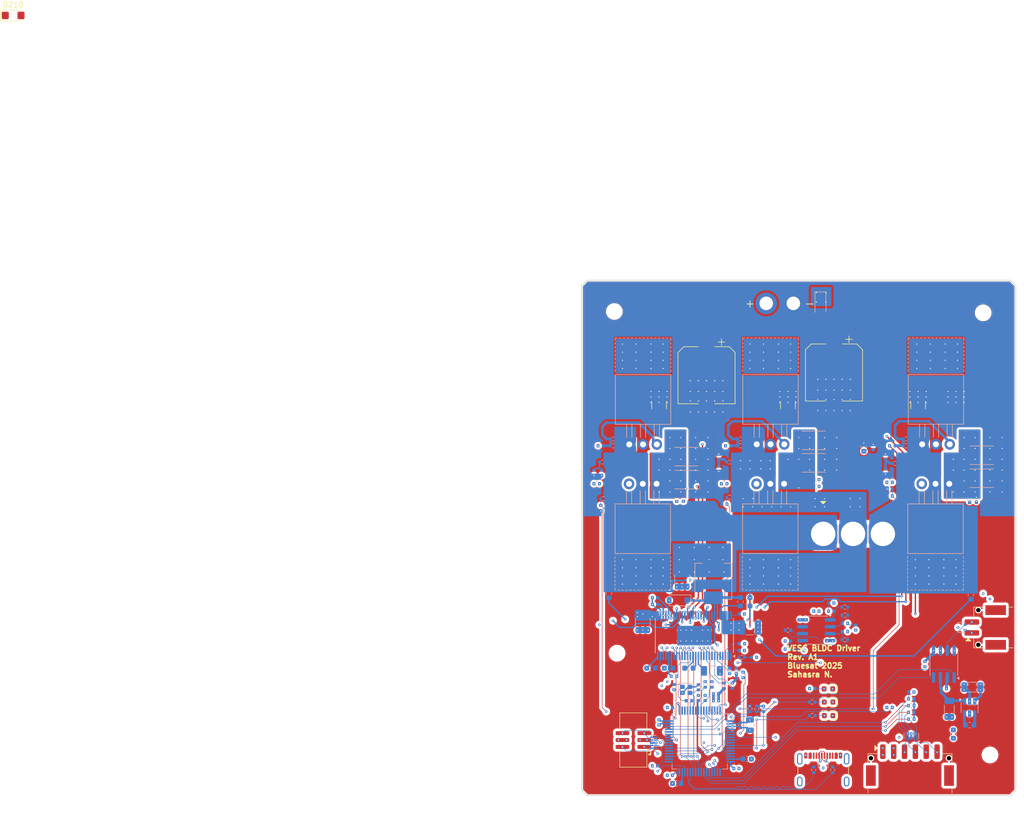
<source format=kicad_pcb>
(kicad_pcb (version 20241229) (generator "pcbnew") (generator_version "9.0")
  (layers (0 "F.Cu" mixed) (4 "In1.Cu" power) (6 "In2.Cu" mixed) (8 "In3.Cu" mixed) (10 "In4.Cu" power) (2 "B.Cu" signal) (13 "F.Paste" user) (15 "B.Paste" user) (5 "F.SilkS" user "F.Silkscreen") (7 "B.SilkS" user "B.Silkscreen") (1 "F.Mask" user) (3 "B.Mask" user) (25 "Edge.Cuts" user))
  (net 0 "")
  (net 1 "/MCU/AN_IN")
  (net 2 "Net-(U1-CP+)")
  (net 3 "Net-(U1-CP-)")
  (net 4 "VCC")
  (net 5 "Net-(U1-VOUT)")
  (net 6 "/MCU/ADC_TEMP")
  (net 7 "/Filters/TEMP_IN")
  (net 8 "Net-(C12-Pad2)")
  (net 9 "Net-(U2-COMP)")
  (net 10 "Net-(U2-SS_TR)")
  (net 11 "V_SUPPLY")
  (net 12 "/MCU/BR_SO1")
  (net 13 "Net-(U2-BST_BK)")
  (net 14 "Net-(D601-K)")
  (net 15 "Net-(U2-BST_A)")
  (net 16 "/Mosfet driver/H1_VS")
  (net 17 "Net-(U2-CP2)")
  (net 18 "Net-(U2-CP1)")
  (net 19 "/Mosfet driver/H2_VS")
  (net 20 "Net-(U2-BST_B)")
  (net 21 "Net-(U2-GVDD)")
  (net 22 "Net-(U2-BST_C)")
  (net 23 "/Mosfet driver/H3_VS")
  (net 24 "Net-(U2-DVDD)")
  (net 25 "GND")
  (net 26 "SNA")
  (net 27 "Net-(U2-AVDD)")
  (net 28 "SNB")
  (net 29 "SNC")
  (net 30 "Net-(C40-Pad2)")
  (net 31 "Net-(C41-Pad2)")
  (net 32 "Net-(C42-Pad2)")
  (net 33 "Net-(U5-PH0-OSC_IN)")
  (net 34 "Net-(U5-PH1-OSC_OUT)")
  (net 35 "/MCU/NRST")
  (net 36 "Net-(U5-VCAP1)")
  (net 37 "Net-(U5-VCAP2)")
  (net 38 "/MCU/BR_SO2")
  (net 39 "/MCU/BR_SO3")
  (net 40 "Net-(Q1-G)")
  (net 41 "Net-(Q4-G)")
  (net 42 "Net-(Q2-G)")
  (net 43 "Net-(Q5-G)")
  (net 44 "Net-(Q3-G)")
  (net 45 "Net-(Q6-G)")
  (net 46 "Net-(D3-A)")
  (net 47 "Net-(D4-A)")
  (net 48 "Net-(D5-A)")
  (net 49 "/CAN bus transceiver/CANL")
  (net 50 "/CAN bus transceiver/CANH")
  (net 51 "/Filters/HALL2_IN")
  (net 52 "/HALL3")
  (net 53 "/Filters/HALL1_IN")
  (net 54 "/MCU/SWDIO")
  (net 55 "/MCU/SWCLK")
  (net 56 "/MCU/SWO_UART")
  (net 57 "/MCU/USB_D-")
  (net 58 "/MCU/USB_D+")
  (net 59 "Net-(R6-Pad2)")
  (net 60 "Net-(R30-Pad2)")
  (net 61 "Net-(U2-VSENSE)")
  (net 62 "/MCU/LED_RED")
  (net 63 "/MCU/LED_GREEN")
  (net 64 "Net-(U2-RT_CLK)")
  (net 65 "/MCU/FAULT")
  (net 66 "Net-(U2-DTC)")
  (net 67 "/MCU/SDO")
  (net 68 "/MCU/EN_GATE")
  (net 69 "Net-(U2-S01)")
  (net 70 "/MCU/SENS1")
  (net 71 "Net-(U2-S02)")
  (net 72 "/MCU/SENS2")
  (net 73 "/MCU/SENS3")
  (net 74 "/Mosfet driver/GH_A")
  (net 75 "/Mosfet driver/GH_B")
  (net 76 "/Mosfet driver/GH_C")
  (net 77 "/Mosfet driver/GL_A")
  (net 78 "/Mosfet driver/GL_B")
  (net 79 "/Mosfet driver/GL_C")
  (net 80 "Net-(R70-Pad2)")
  (net 81 "/MCU/H3")
  (net 83 "/MCU/L2")
  (net 84 "/MCU/L3")
  (net 86 "/MCU/SLCK")
  (net 87 "/MCU/H2")
  (net 88 "/MCU/L1")
  (net 89 "/MCU/H1")
  (net 91 "/MCU/SDI")
  (net 93 "/MCU/CS")
  (net 94 "/CAN bus transceiver/CAN_RX")
  (net 95 "/CAN bus transceiver/CAN_TX")
  (net 110 "Net-(U4B-+)")
  (net 111 "Net-(U4A--)")
  (net 112 "Net-(U4A-+)")
  (net 113 "Net-(U4B--)")
  (net 114 "Net-(C50-Pad1)")
  (net 115 "Net-(J**1-DP1)")
  (net 116 "Net-(J**1-DN1)")
  (footprint "Bluesat:M2.5" (layer "F.Cu") (at 113.25 55.75)
    (property "Reference" "H13" (hide yes))
    (property "Value" "MountingHole")
  )
  (footprint "Bluesat:M2.5" (layer "F.Cu") (at 113.75 118.75)
    (property "Reference" "H1" (hide yes))
    (property "Value" "MountingHole")
  )
  (footprint "Bluesat:SM06B-PASS" (layer "F.Cu") (at 167.75 145 180)
    (property "Reference" "P4" (hide yes))
    (property "Value" "HALL/Encoder")
  )
  (footprint "Bluesat:XT30PW-M_1x02_P2.50mm_Top_mount" (layer "F.Cu") (at 143.75 54.25)
    (property "Reference" "J3" (hide yes))
    (property "Value" "Conn_01x02")
  )
  (footprint "LED_SMD:LED_0603_1608Metric" (layer "F.Cu") (at 152.75 130.25 180)
    (property "Reference" "D3" (hide yes))
    (property "Value" "RED")
  )
  (footprint "Capacitor_SMD:C_1210_3225Metric" (layer "F.Cu") (at 169.25 73 -90)
    (property "Reference" "C37" (hide yes))
    (property "Value" "4u7")
  )
  (footprint "Bluesat:USB_C_Receptacle_USB2.0_14P" (layer "F.Cu") (at 151.75 145)
    (property "Reference" "J**1" (hide yes))
    (property "Value" "USB_C_Receptacle_USB2.0_14P")
  )
  (footprint "LED_SMD:LED_0603_1608Metric" (layer "F.Cu") (at 152.75 127.75 180)
    (property "Reference" "D4" (hide yes))
    (property "Value" "GRN")
  )
  (footprint "Capacitor_SMD:CP_Elec_10x10" (layer "F.Cu") (at 130.25 67.5 -90)
    (property "Reference" "C38" (hide yes))
    (property "Value" "270u")
  )
  (footprint "Bluesat:M2.5" (layer "F.Cu") (at 182.5 137.5)
    (property "Reference" "H8" (hide yes))
    (property "Value" "MountingHole")
  )
  (footprint "Capacitor_SMD:CP_Elec_10x10" (layer "F.Cu") (at 153.75 67 -90)
    (property "Reference" "C39" (hide yes))
    (property "Value" "270u")
  )
  (footprint "Capacitor_SMD:C_1210_3225Metric" (layer "F.Cu") (at 121.5 73 -90)
    (property "Reference" "C36" (hide yes))
    (property "Value" "4u7")
  )
  (footprint "Bluesat:IDC6" (layer "F.Cu") (at 116.75 134.75 90)
    (property "Reference" "J7" (hide yes))
    (property "Value" "Conn_02x03_Odd_Even")
  )
  (footprint "Diode_SMD:D_SMF" (layer "F.Cu") (at 2.42 1.175)
    (property "Reference" "D210")
    (property "Value" "30V")
  )
  (footprint "LED_SMD:LED_0603_1608Metric" (layer "F.Cu") (at 152.7125 125.32 180)
    (property "Reference" "D5" (hide yes))
    (property "Value" "BLU")
  )
  (footprint "Bluesat:MR60-F-TopMount" (layer "F.Cu") (at 157.25 96.75 180)
    (property "Reference" "J2" (hide yes))
    (property "Value" "Conn_01x03")
  )
  (footprint "Capacitor_SMD:C_1210_3225Metric" (layer "F.Cu") (at 145.25 73 -90)
    (property "Reference" "C35" (hide yes))
    (property "Value" "4u7")
  )
  (footprint "Bluesat:M2.5" (layer "F.Cu") (at 181.25 56)
    (property "Reference" "H2" (hide yes))
    (property "Value" "MountingHole")
  )
  (footprint "Bluesat:SM02B-PASS" (layer "F.Cu") (at 187.25 114 -90)
    (property "Reference" "J1" (hide yes))
    (property "Value" "Conn_01x02")
  )
  (footprint "Capacitor_SMD:C_0402_1005Metric" (layer "B.Cu") (at 167 79.25)
    (property "Reference" "C66" (hide yes))
    (property "Value" "1n")
  )
  (footprint "Resistor_SMD:R_0402_1005Metric" (layer "B.Cu") (at 111.25 90.25 180)
    (property "Reference" "R36" (hide yes))
    (property "Value" "47k")
  )
  (footprint "Resistor_SMD:R_0402_1005Metric" (layer "B.Cu") (at 133.5 87.5 180)
    (property "Reference" "R48" (hide yes))
    (property "Value" "10R")
  )
  (footprint "Bluesat:TO-220-3-heatsink-pad-tabdown" (layer "B.Cu") (at 177.5675 101.65 180)
    (property "Reference" "Q6" (hide yes))
    (property "Value" "NCEP60T20" (hide yes))
  )
  (footprint "Capacitor_SMD:C_0402_1005Metric" (layer "B.Cu") (at 113.0425 79.25)
    (property "Reference" "C61" (hide yes))
    (property "Value" "1n")
  )
  (footprint "Resistor_SMD:R_2512_6332Metric" (layer "B.Cu") (at 181 82.25 180)
    (property "Reference" "R60" (hide yes))
    (property "Value" "1m")
  )
  (footprint "Bluesat:HTSSOP-56_6.1x14-0.5-EP" (layer "B.Cu") (at 128 115.5 90)
    (property "Reference" "U2" (hide yes))
    (property "Value" "DRV8301")
  )
  (footprint "Resistor_SMD:R_0402_1005Metric" (layer "B.Cu") (at 135 124.75 -90)
    (property "Reference" "R23" (hide yes))
    (property "Value" "10k")
  )
  (footprint "Resistor_SMD:R_0402_1005Metric" (layer "B.Cu") (at 164 87.25 180)
    (property "Reference" "R49" (hide yes))
    (property "Value" "10R")
  )
  (footprint "Resistor_SMD:R_0402_1005Metric" (layer "B.Cu") (at 168 129.65)
    (property "Reference" "R16" (hide yes))
    (property "Value" "2k2")
  )
  (footprint "Bluesat:TO-220-3-heatsink-pad-tabdown" (layer "B.Cu") (at 136.9325 66.1)
    (property "Reference" "Q2" (hide yes))
    (property "Value" "NCEP60T20" (hide yes))
  )
  (footprint "Resistor_SMD:R_0402_1005Metric" (layer "B.Cu") (at 155.75 110.25)
    (property "Reference" "R6" (hide yes))
    (property "Value" "10k")
  )
  (footprint "Package_SO:SOIC-8_3.9x4.9mm_P1.27mm" (layer "B.Cu") (at 174 120.75 90)
    (property "Reference" "U3" (hide yes))
    (property "Value" "TCAN1462V")
  )
  (footprint "Resistor_SMD:R_0402_1005Metric" (layer "B.Cu") (at 134.25 80.5 180)
    (property "Reference" "R42" (hide yes))
    (property "Value" "10R")
  )
  (footprint "Resistor_SMD:R_0402_1005Metric" (layer "B.Cu") (at 168 130.9)
    (property "Reference" "R15" (hide yes))
    (property "Value" "2k2")
  )
  (footprint "Capacitor_SMD:C_0402_1005Metric" (layer "B.Cu") (at 139 119.5 180)
    (property "Reference" "C12" (hide yes))
    (property "Value" "10n")
  )
  (footprint "Capacitor_SMD:C_0402_1005Metric" (layer "B.Cu") (at 147.75 118.25)
    (property "Reference" "C59" (hide yes))
    (property "Value" "100n")
  )
  (footprint "Crystal:Crystal_SMD_2016-4Pin_2.0x1.6mm" (layer "B.Cu") (at 126.5 125.5)
    (property "Reference" "Y1" (hide yes))
    (property "Value" "Crystal_GND24_Small")
  )
  (footprint "Capacitor_SMD:C_0402_1005Metric" (layer "B.Cu") (at 132 126.25)
    (property "Reference" "C53" (hide yes))
    (property "Value" "220n")
  )
  (footprint "Resistor_SMD:R_0402_1005Metric" (layer "B.Cu") (at 149.75 127.75 180)
    (property "Reference" "R11" (hide yes))
    (property "Value" "470R")
  )
  (footprint "Capacitor_SMD:C_0603_1608Metric" (layer "B.Cu") (at 159.25 80.75 90)
    (property "Reference" "C5" (hide yes))
    (property "Value" "2u2")
  )
  (footprint "Resistor_SMD:R_0402_1005Metric" (layer "B.Cu") (at 165 89.75 180)
    (property "Reference" "R27" (hide yes))
    (property "Value" "47k")
  )
  (footprint "Inductor_SMD:L_Changjiang_FXL0630" (layer "B.Cu") (at 131.5 105.5 90)
    (property "Reference" "L1" (hide yes))
    (property "Value" "47u")
  )
  (footprint "Resistor_SMD:R_0402_1005Metric" (layer "B.Cu") (at 109.5 85.5 90)
    (property "Reference" "R33" (hide yes))
    (property "Value" "10R")
  )
  (footprint "Package_DFN_QFN:Diodes_UDFN-10_1.0x2.5mm_P0.5mm" (layer "B.Cu") (at 168 134 90)
    (property "Reference" "D105" (hide yes))
    (property "Value" "3V3")
  )
  (footprint "Resistor_SMD:R_0402_1005Metric" (layer "B.Cu") (at 134.5 90 180)
    (property "Reference" "R31" (hide yes))
    (property "Value" "47k")
  )
  (footprint "Resistor_SMD:R_2512_6332Metric" (layer "B.Cu") (at 181 86.5 180)
    (property "Reference" "R61" (hide yes))
    (property "Value" "1m")
  )
  (footprint "Capacitor_SMD:C_1210_3225Metric" (layer "B.Cu") (at 125.75 105 90)
    (property "Reference" "C19" (hide yes))
    (property "Value" "22u")
  )
  (footprint "Resistor_SMD:R_0402_1005Metric" (layer "B.Cu") (at 145.25 116.5)
    (property "Reference" "R34" (hide yes))
    (property "Value" "10k")
  )
  (footprint "Capacitor_SMD:C_0402_1005Metric" (layer "B.Cu") (at 170.5 120.75 -90)
    (property "Reference" "C201" (hide yes))
    (property "Value" "220n")
  )
  (footprint "Capacitor_SMD:C_0402_1005Metric" (layer "B.Cu") (at 124.25 125 -90)
    (property "Reference" "C50" (hide yes))
    (property "Value" "10p")
  )
  (footprint "Capacitor_SMD:C_0603_1608Metric" (layer "B.Cu") (at 179 108 90)
    (property "Reference" "C27" (hide yes))
    (property "Value" "330n")
  )
  (footprint "Resistor_SMD:R_0402_1005Metric" (layer "B.Cu") (at 163.25 85.25 90)
    (property "Reference" "R55" (hide yes))
    (property "Value" "10R")
  )
  (footprint "Capacitor_SMD:C_0402_1005Metric" (layer "B.Cu") (at 120.75 109.75 180)
    (property "Reference" "C33" (hide yes))
    (property "Value" "1n")
  )
  (footprint "Resistor_SMD:R_0402_1005Metric" (layer "B.Cu") (at 155.75 114.75)
    (property "Reference" "R67" (hide yes))
    (property "Value" "1k")
  )
  (footprint "Resistor_SMD:R_2512_6332Metric" (layer "B.Cu") (at 150 83.66 180)
    (property "Reference" "R59" (hide yes))
    (property "Value" "1m")
  )
  (footprint "Package_DFN_QFN:Diodes_UDFN-10_1.0x2.5mm_P0.5mm" (layer "B.Cu") (at 120.5 135.25)
    (property "Reference" "D501" (hide yes))
    (property "Value" "3V3")
  )
  (footprint "Capacitor_SMD:C_0603_1608Metric" (layer "B.Cu") (at 112.25 107.75 90)
    (property "Reference" "C18" (hide yes))
    (property "Value" "330n")
  )
  (footprint "Resistor_SMD:R_0402_1005Metric" (layer "B.Cu") (at 113.0425 80.5)
    (property "Reference" "R44" (hide yes))
    (property "Value" "4k7")
  )
  (footprint "Package_TO_SOT_SMD:SOT-523" (layer "B.Cu") (at 177.25 114 180)
    (property "Reference" "D101" (hide yes))
    (property "Value" "5V")
  )
  (footprint "Package_TO_SOT_SMD:SOT-23-6" (layer "B.Cu") (at 178.75 128.75 -90)
    (property "Reference" "U1" (hide yes))
    (property "Value" "HX4002")
  )
  (footprint "Bluesat:LQFP-64-0.5" (layer "B.Cu") (at 129 135 -90)
    (property "Reference" "U5" (hide yes))
    (property "Value" "STM32F405RGT6")
  )
  (footprint "Resistor_SMD:R_0402_1005Metric" (layer "B.Cu") (at 149.75 130.25 180)
    (property "Reference" "R10" (hide yes))
    (property "Value" "470R")
  )
  (footprint "Resistor_SMD:R_0402_1005Metric" (layer "B.Cu") (at 149.75 125.25 180)
    (property "Reference" "R12" (hide yes))
    (property "Value" "2k2")
  )
  (footprint "Resistor_SMD:R_0402_1005Metric" (layer "B.Cu") (at 127 127.5 180)
    (property "Reference" "R5" (hide yes))
    (property "Value" "470R")
  )
  (footprint "Capacitor_SMD:C_0402_1005Metric" (layer "B.Cu") (at 130 127 -90)
    (property "Reference" "C57" (hide yes))
    (property "Value" "1n")
  )
  (footprint "Resistor_SMD:R_0402_1005Metric" (layer "B.Cu") (at 150 140.25 90)
    (property "Reference" "R3" (hide yes))
    (property "Value" "22R")
  )
  (footprint "Resistor_SMD:R_0402_1005Metric" (layer "B.Cu") (at 120.75 139.5 180)
    (property "Reference" "R501" (hide yes))
    (property "Value" "10k")
  )
  (footprint "Package_SO:SOP-8_3.76x4.96mm_P1.27mm" (layer "B.Cu") (at 150.5 114.5 180)
    (property "Reference" "U4" (hide yes))
    (property "Value" "TP2604-SR")
  )
  (footprint "Resistor_SMD:R_0402_1005Metric" (layer "B.Cu") (at 136.75 119.5)
    (property "Reference" "R20" (hide yes))
    (property "Value" "15k")
  )
  (footprint "Capacitor_SMD:C_0402_1005Metric" (layer "B.Cu") (at 136.5 132 -90)
    (property "Reference" "C46" (hide yes))
    (property "Value" "220n")
  )
  (footprint "Capacitor_SMD:C_0402_1005Metric" (layer "B.Cu") (at 157.75 114 -90)
    (property "Reference" "C34" (hide yes))
    (property "Value" "1n")
  )
  (footprint "Capacitor_SMD:C_0603_1608Metric" (layer "B.Cu") (at 178.75 132)
    (property "Reference" "C2" (hide yes))
    (property "Value" "2u2")
  )
  (footprint "Resistor_SMD:R_0402_1005Metric" (layer "B.Cu") (at 110.875 85.5 90)
    (property "Reference" "R53" (hide yes))
    (property "Value" "10R")
  )
  (footprint "Resistor_SMD:R_2512_6332Metric" (layer "B.Cu") (at 150 79.5 180)
    (property "Reference" "R58" (hide yes))
    (property "Value" "1m")
  )
  (footprint "Resistor_SMD:R_0402_1005Metric" (layer "B.Cu") (at 132.5 82.5 -90)
    (property "Reference" "R54" (hide yes))
    (property "Value" "10R")
  )
  (footprint "Diode_SMD:D_SOD-123" (layer "B.Cu") (at 125 109 180)
    (property "Reference" "D601" (hide yes))
    (property "Value" "D_Schottky")
  )
  (footprint "Resistor_SMD:R_0402_1005Metric" (layer "B.Cu") (at 131.25 124.5 90)
    (property "Reference" "R28" (hide yes))
    (property "Value" "1k")
  )
  (footprint "Resistor_SMD:R_0402_1005Metric" (layer "B.Cu") (at 136.75 117)
    (property "Reference" "R18" (hide yes))
    (property "Value" "4k7")
  )
  (footprint "Bluesat:TO-220-3-heatsink-pad-tabdown" (layer "B.Cu") (at 123.61 101.65 180)
    (property "Reference" "Q4" (hide yes))
    (property "Value" "NCEP60T20" (hide yes))
  )
  (footprint "Capacitor_SMD:C_0603_1608Metric" (layer "B.Cu") (at 120 121.5)
    (property "Reference" "C30" (hide yes))
    (property "Value" "2u2")
  )
  (footprint "Capacitor_SMD:C_0603_1608Metric" (layer "B.Cu") (at 137.75 138.25)
    (property "Reference" "C55" (hide yes))
    (property "Value" "2u2")
  )
  (footprint "Resistor_SMD:R_0402_1005Metric" (layer "B.Cu") (at 124.75 90.25 90)
    (property "Reference" "R50" (hide yes))
    (property "Value" "4k7")
  )
  (footprint "Capacitor_SMD:C_0402_1005Metric" (layer "B.Cu") (at 136.75 111.5)
    (property "Reference" "C14" (hide yes))
    (property "Value" "10n")
  )
  (footprint "Resistor_SMD:R_0402_1005Metric" (layer "B.Cu") (at 137 122.75 90)
    (property "Reference" "R22" (hide yes))
    (property "Value" "10k")
  )
  (footprint "Resistor_SMD:R_0402_1005Metric" (layer "B.Cu") (at 155.75 113.25)
    (property "Reference" "R66" (hide yes))
    (property "Value" "1k")
  )
  (footprint "Capacitor_SMD:C_0402_1005Metric" (layer "B.Cu") (at 150.5 111 180)
    (property "Reference" "C32" (hide yes))
    (property "Value" "220n")
  )
  (footprint "Capacitor_SMD:C_1206_3216Metric" (layer "B.Cu") (at 179.25 125 180)
    (property "Reference" "C3" (hide yes))
    (property "Value" "10u")
  )
  (footprint "Capacitor_SMD:C_0402_1005Metric" (layer "B.Cu") (at 134.5 83.5 180)
    (property "Reference" "C41" (hide yes))
    (property "Value" "3n3")
  )
  (footprint "Resistor_SMD:R_0402_1005Metric" (layer "B.Cu") (at 124.25 123 180)
    (property "Reference" "R25" (hide yes))
    (property "Value" "2k2")
  )
  (footprint "Capacitor_SMD:C_0603_1608Metric" (layer "B.Cu") (at 175.75 133.65 -90)
    (property "Reference" "C8" (hide yes))
    (property "Value" "2u2")
  )
  (footprint "Capacitor_SMD:C_0603_1608Metric" (layer "B.Cu") (at 138.25 109.25 90)
    (property "Reference" "C24" (hide yes))
    (property "Value" "330n")
  )
  (footprint "Resistor_SMD:R_0402_1005Metric" (layer "B.Cu") (at 133.5 124.75 -90)
    (property "Reference" "R24" (hide yes))
    (property "Value" "1k")
  )
  (footprint "Resistor_SMD:R_0402_1005Metric" (layer "B.Cu") (at 110.75 92 90)
    (property "Reference" "R38" (hide yes))
    (property "Value" "2k2")
  )
  (footprint "Resistor_SMD:R_0402_1005Metric" (layer "B.Cu") (at 163.25 82.5 -90)
    (property "Reference" "R39" (hide yes))
    (property "Value" "10R")
  )
  (footprint "Capacitor_SMD:C_0402_1005Metric" (layer "B.Cu") (at 121.5 131.5 90)
    (property "Reference" "C48" (hide yes))
    (property "Value" "220n")
  )
  (footprint "Resistor_SMD:R_0402_1005Metric" (layer "B.Cu") (at 155.75 111.75 180)
    (property "Reference" "R69" (hide yes))
    (property "Value" "10k")
  )
  (footprint "Resistor_SMD:R_0402_1005Metric" (layer "B.Cu") (at 133.5 91.25)
    (property "Reference" "R32" (hide yes))
    (property "Value" "2k2")
  )
  (footprint "Capacitor_SMD:C_0402_1005Metric" (layer "B.Cu") (at 174 125.275)
    (property "Reference" "C4" (hide yes))
    (property "Value" "220n")
  )
  (footprint "Capacitor_SMD:C_0402_1005Metric" (layer "B.Cu") (at 128.75 127 -90)
    (property "Reference" "C16" (hide yes))
    (property "Value" "1n")
  )
  (footprint "Resistor_SMD:R_0402_1005Metric" (layer "B.Cu") (at 145.25 118 180)
    (property "Reference" "R35" (hide yes))
    (property "Value" "10k")
  )
  (footprint "Capacitor_SMD:C_1210_3225Metric" (layer "B.Cu") (at 138.25 114 180)
    (property "Reference" "C15" (hide yes))
    (property "Value" "4u7")
  )
  (footprint "Resistor_SMD:R_0402_1005Metric" (layer "B.Cu") (at 138.25 129 -90)
    (property "Reference" "R1" (hide yes))
    (property "Value" "220k")
  )
  (footprint "Capacitor_SMD:C_0603_1608Metric" (layer "B.Cu") (at 123.25 121.5 180)
    (property "Reference" "C28" (hide yes))
    (property "Value" "2u2")
  )
  (footprint "Capacitor_SMD:C_0603_1608Metric" (layer "B.Cu") (at 124.75 142.75 180)
    (property "Reference" "C56" (hide yes))
    (property "Value" "2u2")
  )
  (footprint "Resistor_SMD:R_0402_1005Metric" (layer "B.Cu") (at 132.5 84.75 90)
    (property "Reference" "R37" (hide yes))
    (property "Value" "10R")
  )
  (footprint "Resistor_SMD:R_0402_1005Metric" (layer "B.Cu") (at 168 127.15)
    (property "Reference" "R14" (hide yes))
    (property "Value" "10k")
  )
  (footprint "Diode_SMD:D_SMF" (layer "B.Cu") (at 151.25 54.5 -90)
    (property "Reference" "D210" (hide yes))
    (property "Value" "30V")
  )
  (footprint "Capacitor_SMD:C_0402_1005Metric" (layer "B.Cu") (at 135.75 140 180)
    (property "Reference" "C9" (hide yes))
    (property "Value" "220n")
  )
  (footprint "Resistor_SMD:R_0402_1005Metric" (layer "B.Cu") (at 153.25 111)
    (property "Reference" "R30" (hide yes))
    (property "Value" "1k")
  )
  (footprint "Bluesat:TO-220-3-heatsink-pad-tabdown" (layer "B.Cu") (at 113.4325 66.12)
    (property "Reference" "Q1" (hide yes))
    (property "Value" "NCEP60T20" (hide yes))
  )
  (footprint "Resistor_SMD:R_0402_1005Metric" (layer "B.Cu") (at 139.5 129 -90)
    (property "Reference" "R2" (hide yes))
    (property "Value" "10k")
  )
  (footprint "Resistor_SMD:R_0402_1005Metric" (layer "B.Cu") (at 136.5 80.5 180)
    (property "Reference" "R45" (hide yes))
    (property "Value" "4k7")
  )
  (footprint "Resistor_SMD:R_0402_1005Metric" (layer "B.Cu") (at 155.75 116.25 180)
    (property "Reference" "R73" (hide yes))
    (property "Value" "10k")
  )
  (footprint "Capacitor_SMD:C_1210_3225Metric" (layer "B.Cu") (at 118.5 113 90)
    (property "Reference" "C31" (hide yes))
    (property "Value" "4u7")
  )
  (footprint "Capacitor_SMD:C_0402_1005Metric" (layer "B.Cu") (at 140.75 129 -90)
    (property "Reference" "C1" (hide yes))
    (property "Value" "33n")
  )
  (footprint "Resistor_SMD:R_2512_6332Metric" (layer "B.Cu") (at 126.5425 82.5 180)
    (property "Reference" "R57" (hide yes))
    (property "Value" "1m")
  )
  (footprint "Capacitor_SMD:C_0402_1005Metric" (layer "B.Cu") (at 136.75 118.25 180)
    (property "Reference" "C13" (hide yes))
    (property "Value" "100p")
  )
  (footprint "Resistor_SMD:R_0402_1005Metric" (layer "B.Cu") (at 130 124.5 90)
    (property "Reference" "R26" (hide yes))
    (property "Value" "1k")
  )
  (footprint "Capacitor_SMD:C_0402_1005Metric" (layer "B.Cu") (at 123.5 128.75)
    (property "Reference" "C52" (hide yes))
    (property "Value" "100n")
  )
  (footprint "Resistor_SMD:R_0402_1005Metric" (layer "B.Cu") (at 110.75 80.5 180)
    (property "Reference" "R41" (hide yes))
    (property "Value" "10R")
  )
  (footprint "Capacitor_SMD:C_0603_1608Metric" (layer "B.Cu") (at 136.5 109.25 90)
    (property "Reference" "C17" (hide yes))
    (property "Value" "100n")
  )
  (footprint "Bluesat:TO-220-3-heatsink-pad-tabdown" (layer "B.Cu") (at 167.4325 66.1)
    (property "Reference" "Q3" (hide yes))
    (property "Value" "NCEP60T20" (hide yes))
  )
  (footprint "Resistor_SMD:R_0402_1005Metric" (layer "B.Cu") (at 164.5 80.5 180)
    (property "Reference" "R43" (hide yes))
    (property "Value" "10R")
  )
  (footprint "Capacitor_SMD:C_0402_1005Metric" (layer "B.Cu") (at 123.48 141.25)
    (property "Reference" "C47" (hide yes))
    (property "Value" "220n")
  )
  (footprint "Bluesat:TO-220-3-heatsink-pad-tabdown" (layer "B.Cu") (at 147.11 101.65 180)
    (property "Reference" "Q5" (hide yes))
    (property "Value" "NCEP60T20" (hide yes))
  )
  (footprint "Capacitor_SMD:C_0402_1005Metric" (layer "B.Cu") (at 164.98 83.75 180)
    (property "Reference" "C42" (hide yes))
    (property "Value" "3n3")
  )
  (footprint "Resistor_SMD:R_0402_1005Metric" (layer "B.Cu") (at 178.75 90.5 -90)
    (property "Reference" "R52" (hide yes))
    (property "Value" "4k7")
  )
  (footprint "Resistor_SMD:R_0402_1005Metric" (layer "B.Cu") (at 153.5 140.25 90)
    (property "Reference" "R4" (hide yes))
    (property "Value" "22R")
  )
  (footprint "Capacitor_SMD:C_0402_1005Metric" (layer "B.Cu") (at 126 90.25 90)
    (property "Reference" "C62" (hide yes))
    (property "Value" "1n")
  )
  (footprint "Capacitor_SMD:C_0402_1005Metric" (layer "B.Cu") (at 153.25 109.5 180)
    (property "Reference" "C58" (hide yes))
    (property "Value" "1n")
  )
  (footprint "Resistor_SMD:R_0402_1005Metric" (layer "B.Cu") (at 167 80.5 180)
    (property "Reference" "R46" (hide yes))
    (property "Value" "4k7")
  )
  (footprint "Resistor_SMD:R_0402_1005Metric" (layer "B.Cu") (at 145.25 114.5 180)
    (property "Reference" "R70" (hide yes))
    (property "Value" "10k")
  )
  (footprint "Resistor_SMD:R_0402_1005Metric" (layer "B.Cu") (at 168 128.4)
    (property "Reference" "R17" (hide yes))
    (property "Value" "2k2")
  )
  (footprint "Capacitor_SMD:C_0402_1005Metric" (layer "B.Cu") (at 120.75 108.5)
    (property "Reference" "C29" (hide yes))
    (property "Value" "1n")
  )
  (footprint "Capacitor_SMD:C_0603_1608Metric" (layer "B.Cu") (at 127 121.5)
    (property "Reference" "C23" (hide yes))
    (property "Value" "33n")
  )
  (footprint "Package_TO_SOT_SMD:SOT-523" (layer "B.Cu") (at 151.75 139.25 -90)
    (property "Reference" "D102" (hide yes))
    (property "Value" "5V")
  )
  (footprint "Resistor_SMD:R_0402_1005Metric" (layer "B.Cu") (at 135.75 122 -90)
    (property "Reference" "R19" (hide yes))
    (property "Value" "220k")
  )
  (footprint "Resistor_SMD:R_0402_1005Metric" (layer "B.Cu") (at 110 87.5 180)
    (property "Reference" "R47" (hide yes))
    (property "Value" "10R")
  )
  (footprint "Resistor_SMD:R_0402_1005Metric" (layer "B.Cu") (at 164 88.5)
    (property "Reference" "R29" (hide yes))
    (property "Value" "2k2")
  )
  (footprint "Resistor_SMD:R_0402_1005Metric" (layer "B.Cu") (at 161 80.75 90)
    (property "Reference" "R13" (hide yes))
    (property "Value" "10k")
  )
  (footprint "Capacitor_SMD:C_0402_1005Metric" (layer "B.Cu") (at 150.5 86.75 180)
    (property "Reference" "C65" (hide yes))
    (property "Value" "1n")
  )
  (footprint "Capacitor_SMD:C_0402_1005Metric" (layer "B.Cu") (at 111 83.51 180)
    (property "Reference" "C40" (hide yes))
    (property "Value" "3n3")
  )
  (footprint "Resistor_SMD:R_2512_6332Metric" (layer "B.Cu") (at 126.5425 86.75 180)
    (property "Reference" "R56" (hide yes))
    (property "Value" "1m")
  )
  (footprint "Capacitor_SMD:C_0805_2012Metric" (layer "B.Cu") (at 138.25 132 -90)
    (property "Reference" "C45" (hide yes))
    (property "Value" "4u7")
  )
  (footprint "Capacitor_SMD:C_1206_3216Metric" (layer "B.Cu") (at 175 129 -90)
    (property "Reference" "C7" (hide yes))
    (property "Value" "10u")
  )
  (footprint "Capacitor_SMD:C_0402_1005Metric" (layer "B.Cu") (at 168 125.9 180)
    (property "Reference" "C6" (hide yes))
    (property "Value" "100n")
  )
  (footprint "Capacitor_SMD:C_0402_1005Metric" (layer "B.Cu") (at 128.75 125.02 90)
    (property "Reference" "C51" (hide yes))
    (property "Value" "10p")
  )
  (footprint "Resistor_SMD:R_0402_1005Metric" (layer "B.Cu") (at 134.5 122 90)
    (property "Reference" "R8" (hide yes))
    (property "Value" "15k")
  )
  (footprint "Resistor_SMD:R_0402_1005Metric" (layer "B.Cu") (at 150.5 88)
    (property "Reference" "R51" (hide yes))
    (property "Value" "4k7")
  )
  (footprint "Resistor_SMD:R_0402_1005Metric" (layer "B.Cu") (at 164 128.75)
    (property "Reference" "TH401" (hide yes))
    (property "Value" "10k")
  )
  (footprint "Capacitor_SMD:C_0402_1005Metric" (layer "B.Cu") (at 180 90.5 90)
    (property "Reference" "C67" (hide yes))
    (property "Value" "1n")
  )
  (footprint "Capacitor_SMD:C_0402_1005Metric" (layer "B.Cu") (at 132 127.5)
    (property "Reference" "C49" (hide yes))
    (property "Value" "220n")
  )
  (footprint "Capacitor_SMD:C_1206_3216Metric" (layer "B.Cu") (at 131.25 122)
    (property "Reference" "C26" (hide yes))
    (property "Value" "4u7")
  )
  (footprint "Capacitor_SMD:C_0402_1005Metric" (layer "B.Cu") (at 136.5 79.25)
    (property "Reference" "C63" (hide yes))
    (property "Value" "1n")
  )
  (gr_line (start 107.25 51) (end 108.25 50) (stroke (width 0.15)) (layer "Edge.Cuts"))
  (gr_line (start 186.25 145) (end 108.25 145) (stroke (width 0.15)) (layer "Edge.Cuts"))
  (gr_line (start 107.25 144) (end 108.25 145) (stroke (width 0.15)) (layer "Edge.Cuts"))
  (gr_line (start 107.25 144) (end 107.25 51) (stroke (width 0.15)) (layer "Edge.Cuts"))
  (gr_line (start 187.25 51) (end 186.25 50) (stroke (width 0.15)) (layer "Edge.Cuts"))
  (gr_line (start 187.25 144) (end 186.25 145) (stroke (width 0.15)) (layer "Edge.Cuts"))
  (gr_line (start 187.25 144) (end 187.25 51) (stroke (width 0.15)) (layer "Edge.Cuts"))
  (gr_line (start 186.25 50) (end 108.25 50) (stroke (width 0.15)) (layer "Edge.Cuts"))
  (gr_text "VESC BLDC Driver\nRev. A1\nBluesat 2025\nSahasra N." (at 145 123.25 0) (layer "F.SilkS") (effects (font (size 1 1) (thickness 0.25) (bold yes)) (justify left bottom)))
  (segment (start 134.088916 134.25) (end 134.25 134.25) (width 0.095) (layer "B.Cu") (net 0))
  (segment (start 133.25 137.099999) (end 133.25 133.5) (width 0.095) (layer "B.Cu") (net 0))
  (segment (start 133.5 134.838916) (end 134.088916 134.25) (width 0.095) (layer "B.Cu") (net 0))
  (segment (start 134.675 137.25) (end 134.088916 137.25) (width 0.095) (layer "B.Cu") (net 0))
  (segment (start 133.5 136.661084) (end 133.5 134.838916) (width 0.095) (layer "B.Cu") (net 0))
  (segment (start 134.088916 137.25) (end 133.5 136.661084) (width 0.095) (layer "B.Cu") (net 0))
  (segment (start 134.675 137.75) (end 133.900001 137.75) (width 0.095) (layer "B.Cu") (net 0))
  (segment (start 133.900001 137.75) (end 133.25 137.099999) (width 0.095) (layer "B.Cu") (net 0))
  (segment (start 133.25 133.5) (end 134 132.75) (width 0.095) (layer "B.Cu") (net 0))
  (via (at 132.255999 130.974277) (size 0.45) (drill 0.2) (layers "F.Cu" "B.Cu") (net 1))
  (via (at 134.75 130.5) (size 0.45) (drill 0.2) (layers "F.Cu" "B.Cu") (net 1))
  (segment (start 134.75 130.5) (end 135.25 130) (width 0.095) (layer "B.Cu") (net 1))
  (segment (start 131.1325 131) (end 130.25 130.1175) (width 0.095) (layer "B.Cu") (net 1))
  (segment (start 138.25 129.51) (end 139.49 129.51) (width 0.095) (layer "B.Cu") (net 1))
  (segment (start 132.230276 131) (end 131.1325 131) (width 0.095) (layer "B.Cu") (net 1))
  (segment (start 132.255999 130.974277) (end 132.230276 131) (width 0.095) (layer "B.Cu") (net 1))
  (segment (start 139.5 129.5) (end 140.75 129.5) (width 0.095) (layer "B.Cu") (net 1))
  (segment (start 137.75 130) (end 138.25 129.5) (width 0.095) (layer "B.Cu") (net 1))
  (segment (start 135.25 130) (end 137.75 130) (width 0.095) (layer "B.Cu") (net 1))
  (segment (start 130.25 130.1175) (end 130.25 129.25) (width 0.095) (layer "B.Cu") (net 1))
  (segment (start 139.49 129.51) (end 139.5 129.5) (width 0.095) (layer "B.Cu") (net 1))
  (segment (start 177.8 129.8875) (end 177.8 131.825) (width 0.5) (layer "B.Cu") (net 2))
  (segment (start 177.8 131.825) (end 177.975 132) (width 0.5) (layer "B.Cu") (net 2))
  (segment (start 177.8 132.075) (end 177.975 132.25) (width 0.095) (layer "B.Cu") (net 2))
  (segment (start 179.7 132.075) (end 179.525 132.25) (width 0.095) (layer "B.Cu") (net 3))
  (segment (start 179.7 129.8875) (end 179.7 131.825) (width 0.5) (layer "B.Cu") (net 3))
  (segment (start 179.7 131.825) (end 179.525 132) (width 0.5) (layer "B.Cu") (net 3))
  (via (at 144.75 116.5) (size 0.45) (drill 0.2) (layers "F.Cu" "B.Cu") (net 4))
  (via (at 148.5 112.5) (size 0.45) (drill 0.2) (layers "F.Cu" "B.Cu") (net 4))
  (via (at 128 99.25) (size 0.45) (drill 0.2) (layers "F.Cu" "B.Cu") (net 4))
  (via (at 125.25 103.75) (size 0.45) (drill 0.2) (layers "F.Cu" "B.Cu") (net 4))
  (via (at 131.25 128.75) (size 0.45) (drill 0.2) (layers "F.Cu" "B.Cu") (net 4))
  (via (at 130.75 101.5) (size 0.45) (drill 0.2) (layers "F.Cu" "B.Cu") (net 4))
  (via (at 178.75 129.8875) (size 0.45) (drill 0.2) (layers "F.Cu" "B.Cu") (net 4))
  (via (at 133.25 99.25) (size 0.45) (drill 0.2) (layers "F.Cu" "B.Cu") (net 4))
  (via (at 179.7 127.6125) (size 0.45) (drill 0.2) (layers "F.Cu" "B.Cu") (net 4))
  (via (at 172.095 118.275) (size 0.45) (drill 0.2) (layers "F.Cu" "B.Cu") (net 4))
  (via (at 138.25 132.95) (size 0.45) (drill 0.2) (layers "F.Cu" "B.Cu") (net 4))
  (via (at 125.25 99.25) (size 0.45) (drill 0.2) (layers "F.Cu" "B.Cu") (net 4))
  (via (at 164.75 137.5) (size 0.45) (drill 0.2) (layers "F.Cu" "B.Cu") (net 4))
  (via (at 132.48 127.5) (size 0.45) (drill 0.2) (layers "F.Cu" "B.Cu") (net 4))
  (via (at 134.5 122.51) (size 0.45) (drill 0.2) (layers "F.Cu" "B.Cu") (net 4))
  (via (at 135.26 139.99) (size 0.45) (drill 0.2) (layers "F.Cu" "B.Cu") (net 4))
  (via (at 130.75 99.25) (size 0.45) (drill 0.2) (layers "F.Cu" "B.Cu") (net 4))
  (via (at 123.75 123) (size 0.45) (drill 0.2) (layers "F.Cu" "B.Cu") (net 4))
  (via (at 164.75 136.25) (size 0.45) (drill 0.2) (layers "F.Cu" "B.Cu") (net 4))
  (via (at 135 132.25) (size 0.45) (drill 0.2) (layers "F.Cu" "B.Cu") (net 4))
  (via (at 125.25 101.5) (size 0.45) (drill 0.2) (layers "F.Cu" "B.Cu") (net 4))
  (via (at 163.5 128.75) (size 0.45) (drill 0.2) (layers "F.Cu" "B.Cu") (net 4))
  (via (at 120.24 139.5) (size 0.45) (drill 0.2) (layers "F.Cu" "B.Cu") (net 4))
  (via (at 150 111) (size 0.45) (drill 0.2) (layers "F.Cu" "B.Cu") (net 4))
  (via (at 180.75 124.5) (size 0.45) (drill 0.2) (layers "F.Cu" "B.Cu") (net 4))
  (via (at 168.51 128.4) (size 0.45) (drill 0.2) (layers "F.Cu" "B.Cu") (net 4))
  (via (at 180.75 125.5) (size 0.45) (drill 0.2) (layers "F.Cu" "B.Cu") (net 4))
  (via (at 119.25 134.75) (size 0.45) (drill 0.2) (layers "F.Cu" "B.Cu") (net 4))
  (via (at 128 101.5) (size 0.45) (drill 0.2) (layers "F.Cu" "B.Cu") (net 4))
  (via (at 133.25 101.5) (size 0.45) (drill 0.2) (layers "F.Cu" "B.Cu") (net 4))
  (via (at 149.24 125.25) (size 0.45) (drill 0.2) (layers "F.Cu" "B.Cu") (net 4))
  (via (at 132.5 113.25) (size 0.45) (drill 0.2) (layers "F.Cu" "B.Cu") (net 4))
  (via (at 125 128) (size 0.45) (drill 0.2) (layers "F.Cu" "B.Cu") (net 4))
  (via (at 118 134.75) (size 0.45) (drill 0.2) (layers "F.Cu" "B.Cu") (net 4))
  (via (at 124.01 141.26) (size 0.45) (drill 0.2) (layers "F.Cu" "B.Cu") (net 4))
  (via (at 168.51 130.9) (size 0.45) (drill 0.2) (layers "F.Cu" "B.Cu") (net 4))
  (via (at 147.5 112.5) (size 0.45) (drill 0.2) (layers "F.Cu" "B.Cu") (net 4))
  (via (at 121.5 131.02) (size 0.45) (drill 0.2) (layers "F.Cu" "B.Cu") (net 4))
  (via (at 133.5 103.75) (size 0.45) (drill 0.2) (layers "F.Cu" "B.Cu") (net 4))
  (via (at 128 103.75) (size 0.45) (drill 0.2) (layers "F.Cu" "B.Cu") (net 4))
  (via (at 130.75 103.75) (size 0.45) (drill 0.2) (layers "F.Cu" "B.Cu") (net 4))
  (via (at 175.75 132.875) (size 0.45) (drill 0.2) (layers "F.Cu" "B.Cu") (net 4))
  (via (at 132.5 114.5) (size 0.45) (drill 0.2) (layers "F.Cu" "B.Cu") (net 4))
  (via (at 137 123.25) (size 0.45) (drill 0.2) (layers "F.Cu" "B.Cu") (net 4))
  (via (at 170.5 120.27) (size 0.45) (drill 0.2) (layers "F.Cu" "B.Cu") (net 4))
  (segment (start 124.595 140.675) (end 124.01 141.26) (width 0.25) (layer "B.Cu") (net 4))
  (segment (start 131.25 112.577) (end 131.25 111.75) (width 0.25) (layer "B.Cu") (net 4))
  (segment (start 168.51 130.9) (end 168.51 127.15) (width 0.25) (layer "B.Cu") (net 4))
  (segment (start 136.27 132.25) (end 136.5 132.48) (width 0.25) (layer "B.Cu") (net 4))
  (segment (start 132.51 126.25) (end 133.5 125.26) (width 0.5) (layer "B.Cu") (net 4))
  (segment (start 125 128) (end 125 128.25) (width 0.25) (layer "B.Cu") (net 4))
  (segment (start 125 128.25) (end 125.25 128.5) (width 0.25) (layer "B.Cu") (net 4))
  (segment (start 135.26 139.99) (end 135.27 140) (width 0.25) (layer "B.Cu") (net 4))
  (segment (start 132.5 114.5) (end 132.5 113.25) (width 0.25) (layer "B.Cu") (net 4))
  (segment (start 136.5 132.48) (end 137.78 132.48) (width 0.25) (layer "B.Cu") (net 4))
  (segment (start 135 132.25) (end 134.75 132.25) (width 0.25) (layer "B.Cu") (net 4))
  (segment (start 172.095 118.675) (end 170.5 120.27) (width 0.5) (layer "B.Cu") (net 4))
  (segment (start 121.73 131.25) (end 121.5 131.02) (width 0.25) (layer "B.Cu") (net 4))
  (segment (start 125.25 140.675) (end 124.595 140.675) (width 0.25) (layer "B.Cu") (net 4))
  (segment (start 123.25 122.5) (end 123.75 123) (width 0.25) (layer "B.Cu") (net 4))
  (segment (start 125.25 128.5) (end 125.25 129.5) (width 0.25) (layer "B.Cu") (net 4))
  (segment (start 123.325 131.25) (end 121.73 131.25) (width 0.25) (layer "B.Cu") (net 4))
  (segment (start 124.01 141.26) (end 124 141.27) (width 0.25) (layer "B.Cu") (net 4))
  (segment (start 134.675 132.25) (end 136.27 132.25) (width 0.25) (layer "B.Cu") (net 4))
  (segment (start 132.48 127.5) (end 132.48 126.25) (width 0.5) (layer "B.Cu") (net 4))
  (segment (start 132.48 126.25) (end 132.51 126.25) (width 0.5) (layer "B.Cu") (net 4))
  (segment (start 134.675 138.75) (end 134.675 139.405) (width 0.25) (layer "B.Cu") (net 4))
  (segment (start 180.75 126.5625) (end 179.7 127.6125) (width 0.5) (layer "B.Cu") (net 4))
  (segment (start 132.101 112.851) (end 131.524 112.851) (width 0.25) (layer "B.Cu") (net 4))
  (segment (start 131.524 112.851) (end 131.25 112.577) (width 0.25) (layer "B.Cu") (net 4))
  (segment (start 137.78 132.48) (end 138.25 132.95) (width 0.25) (layer "B.Cu") (net 4))
  (segment (start 123.25 119.25) (end 123.25 122.5) (width 0.25) (layer "B.Cu") (net 4))
  (segment (start 132.5 113.25) (end 132.101 112.851) (width 0.25) (layer "B.Cu") (net 4))
  (segment (start 172.095 118.275) (end 172.095 118.675) (width 0.5) (layer "B.Cu") (net 4))
  (segment (start 180.75 125.5) (end 180.75 126.5625) (width 0.5) (layer "B.Cu") (net 4))
  (segment (start 134.675 139.405) (end 135.26 139.99) (width 0.25) (layer "B.Cu") (net 4))
  (segment (start 173.365 123.225) (end 173.365 125.115) (width 0.5) (layer "B.Cu") (net 5))
  (segment (start 177.7125 127.525) (end 177.8 127.6125) (width 0.25) (layer "B.Cu") (net 5))
  (segment (start 173.5 126) (end 175 127.5) (width 0.5) (layer "B.Cu") (net 5))
  (segment (start 173.365 125.115) (end 173.5 125.25) (width 0.5) (layer "B.Cu") (net 5))
  (segment (start 173.5 125.25) (end 173.5 126) (width 0.5) (layer "B.Cu") (net 5))
  (segment (start 175 127.5) (end 177.25 127.5) (width 0.5) (layer "B.Cu") (net 5))
  (segment (start 177.25 127.5) (end 177.75 127.5) (width 0.5) (layer "B.Cu") (net 5))
  (via (at 159.25 81.5) (size 0.45) (drill 0.2) (layers "F.Cu" "B.Cu") (net 6))
  (via (at 164.5 128.75) (size 0.45) (drill 0.2) (layers "F.Cu" "B.Cu") (net 6))
  (segment (start 163.75 129.5) (end 148.5 129.5) (width 0.095) (layer "B.Cu") (net 6))
  (segment (start 159.25 81.525) (end 159.475 81.525) (width 0.095) (layer "B.Cu") (net 6))
  (segment (start 148.5 129.5) (end 147.5935 130.4065) (width 0.095) (layer "B.Cu") (net 6))
  (segment (start 159.475 81.525) (end 159.74 81.26) (width 0.095) (layer "B.Cu") (net 6))
  (segment (start 147.5935 130.4065) (end 135.5185 130.4065) (width 0.095) (layer "B.Cu") (net 6))
  (segment (start 135.5185 130.4065) (end 134.675 131.25) (width 0.095) (layer "B.Cu") (net 6))
  (segment (start 164.5 128.75) (end 163.75 129.5) (width 0.095) (layer "B.Cu") (net 6))
  (segment (start 134.675 131.25) (end 135.25 131.25) (width 0.095) (layer "B.Cu") (net 6))
  (segment (start 159.035 81.31) (end 159.25 81.525) (width 0.095) (layer "B.Cu") (net 6))
  (segment (start 159.74 81.26) (end 161 81.26) (width 0.095) (layer "B.Cu") (net 6))
  (via (at 167.49 127.15) (size 0.45) (drill 0.2) (layers "F.Cu" "B.Cu") (net 7))
  (via (at 143 134.25) (size 0.45) (drill 0.2) (layers "F.Cu" "B.Cu") (net 7))
  (via (at 165.75 134.25) (size 0.45) (drill 0.2) (layers "F.Cu" "B.Cu") (net 7))
  (via (at 166.75 137) (size 0.45) (drill 0.2) (layers "F.Cu" "B.Cu") (net 7))
  (segment (start 167.49 127.15) (end 165.75 128.89) (width 0.095) (layer "B.Cu") (net 7))
  (segment (start 166.75 137) (end 166.75 135.5) (width 0.095) (layer "B.Cu") (net 7))
  (segment (start 167.52 127.12) (end 167.49 127.15) (width 0.095) (layer "B.Cu") (net 7))
  (segment (start 167 135.25) (end 167 134.25) (width 0.095) (layer "B.Cu") (net 7))
  (segment (start 167 133.6125) (end 167 134.3875) (width 0.095) (layer "B.Cu") (net 7))
  (segment (start 136.5 134.25) (end 136 134.75) (width 0.095) (layer "B.Cu") (net 7))
  (segment (start 165.75 128.89) (end 165.75 132.3625) (width 0.095) (layer "B.Cu") (net 7))
  (segment (start 166.75 135.5) (end 167 135.25) (width 0.095) (layer "B.Cu") (net 7))
  (segment (start 167.52 125.9) (end 167.52 127.12) (width 0.095) (layer "B.Cu") (net 7))
  (segment (start 165.75 132.3625) (end 167 133.6125) (width 0.095) (layer "B.Cu") (net 7))
  (segment (start 136 134.75) (end 134.675 134.75) (width 0.095) (layer "B.Cu") (net 7))
  (segment (start 143 134.25) (end 136.5 134.25) (width 0.095) (layer "B.Cu") (net 7))
  (segment (start 137.26 119.5) (end 138.5 119.5) (width 0.095) (layer "B.Cu") (net 8))
  (segment (start 134.3515 118.2265) (end 136.2265 118.2265) (width 0.095) (layer "B.Cu") (net 9))
  (segment (start 134.25 119.25) (end 134.25 118.328) (width 0.095) (layer "B.Cu") (net 9))
  (segment (start 136.2265 118.2265) (end 136.25 118.25) (width 0.095) (layer "B.Cu") (net 9))
  (segment (start 134.25 118.328) (end 134.3515 118.2265) (width 0.095) (layer "B.Cu") (net 9))
  (segment (start 136.27 119.48) (end 136.25 119.5) (width 0.095) (layer "B.Cu") (net 9))
  (segment (start 136.27 118.25) (end 136.27 119.48) (width 0.095) (layer "B.Cu") (net 9))
  (segment (start 136 111.75) (end 136.25 111.5) (width 0.095) (layer "B.Cu") (net 10))
  (segment (start 134.75 111.75) (end 136 111.75) (width 0.095) (layer "B.Cu") (net 10))
  (via (at 140.75 61.75) (size 0.45) (drill 0.2) (layers "F.Cu" "B.Cu") (net 11))
  (via (at 171.5 63.25) (size 0.45) (drill 0.2) (layers "F.Cu" "B.Cu") (net 11))
  (via (at 118.5 111.525) (size 0.45) (drill 0.2) (layers "F.Cu" "B.Cu") (net 11))
  (via (at 143.5 63.25) (size 0.45) (drill 0.2) (layers "F.Cu" "B.Cu") (net 11))
  (via (at 114.75 61.75) (size 0.45) (drill 0.2) (layers "F.Cu" "B.Cu") (net 11))
  (via (at 169 66.25) (size 0.45) (drill 0.2) (layers "F.Cu" "B.Cu") (net 11))
  (via (at 169 64.75) (size 0.45) (drill 0.2) (layers "F.Cu" "B.Cu") (net 11))
  (via (at 122.25 63.25) (size 0.45) (drill 0.2) (layers "F.Cu" "B.Cu") (net 11))
  (via (at 120 64.75) (size 0.45) (drill 0.2) (layers "F.Cu" "B.Cu") (net 11))
  (via (at 143.5 64.75) (size 0.45) (drill 0.2) (layers "F.Cu" "B.Cu") (net 11))
  (via (at 117.25 63.25) (size 0.45) (drill 0.2) (layers "F.Cu" "B.Cu") (net 11))
  (via (at 138.25 66.25) (size 0.45) (drill 0.2) (layers "F.Cu" "B.Cu") (net 11))
  (via (at 114.75 64.75) (size 0.45) (drill 0.2) (layers "F.Cu" "B.Cu") (net 11))
  (via (at 150.5 52.25) (size 0.45) (drill 0.2) (layers "F.Cu" "B.Cu") (net 11))
  (via (at 171.5 64.75) (size 0.45) (drill 0.2) (layers "F.Cu" "B.Cu") (net 11))
  (via (at 174.25 63.25) (size 0.45) (drill 0.2) (layers "F.Cu" "B.Cu") (net 11))
  (via (at 122.25 66.25) (size 0.45) (drill 0.2) (layers "F.Cu" "B.Cu") (net 11))
  (via (at 120 61.75) (size 0.45) (drill 0.2) (layers "F.Cu" "B.Cu") (net 11))
  (via (at 122.25 64.75) (size 0.45) (drill 0.2) (layers "F.Cu" "B.Cu") (net 11))
  (via (at 138.25 63.25) (size 0.45) (drill 0.2) (layers "F.Cu" "B.Cu") (net 11))
  (via (at 134.75 113.25) (size 0.45) (drill 0.2) (layers "F.Cu" "B.Cu") (net 11))
  (via (at 169 61.75) (size 0.45) (drill 0.2) (layers "F.Cu" "B.Cu") (net 11))
  (via (at 122.25 61.75) (size 0.45) (drill 0.2) (layers "F.Cu" "B.Cu") (net 11))
  (via (at 174.25 64.75) (size 0.45) (drill 0.2) (layers "F.Cu" "B.Cu") (net 11))
  (via (at 138.25 128.5) (size 0.45) (drill 0.2) (layers "F.Cu" "B.Cu") (net 11))
  (via (at 114.75 63.25) (size 0.45) (drill 0.2) (layers "F.Cu" "B.Cu") (net 11))
  (via (at 117.25 61.75) (size 0.45) (drill 0.2) (layers "F.Cu" "B.Cu") (net 11))
  (via (at 117.5 112) (size 0.45) (drill 0.2) (layers "F.Cu" "B.Cu") (net 11))
  (via (at 138.25 64.75) (size 0.45) (drill 0.2) (layers "F.Cu" "B.Cu") (net 11))
  (via (at 114.75 66.25) (size 0.45) (drill 0.2) (layers "F.Cu" "B.Cu") (net 11))
  (via (at 134.75 114.5) (size 0.45) (drill 0.2) (layers "F.Cu" "B.Cu") (net 11))
  (via (at 176.5 66.25) (size 0.45) (drill 0.2) (layers "F.Cu" "B.Cu") (net 11))
  (via (at 140.75 64.75) (size 0.45) (drill 0.2) (layers "F.Cu" "B.Cu") (net 11))
  (via (at 176.5 61.75) (size 0.45) (drill 0.2) (layers "F.Cu" "B.Cu") (net 11))
  (via (at 176.5 63.25) (size 0.45) (drill 0.2) (layers "F.Cu" "B.Cu") (net 11))
  (via (at 174.25 61.75) (size 0.45) (drill 0.2) (layers "F.Cu" "B.Cu") (net 11))
  (via (at 143.5 66.25) (size 0.45) (drill 0.2) (layers "F.Cu" "B.Cu") (net 11))
  (via (at 143.5 61.75) (size 0.45) (drill 0.2) (layers "F.Cu" "B.Cu") (net 11))
  (via (at 174.25 66.25) (size 0.45) (drill 0.2) (layers "F.Cu" "B.Cu") (net 11))
  (via (at 117.25 64.75) (size 0.45) (drill 0.2) (layers "F.Cu" "B.Cu") (net 11))
  (via (at 145.75 61.75) (size 0.45) (drill 0.2) (layers "F.Cu" "B.Cu") (net 11))
  (via (at 145.75 63.25) (size 0.45) (drill 0.2) (layers "F.Cu" "B.Cu") (net 11))
  (via (at 145.75 64.75) (size 0.45) (drill 0.2) (layers "F.Cu" "B.Cu") (net 11))
  (via (at 136.25 113.25) (size 0.45) (drill 0.2) (layers "F.Cu" "B.Cu") (net 11))
  (via (at 140.75 66.25) (size 0.45) (drill 0.2) (layers "F.Cu" "B.Cu") (net 11))
  (via (at 176.5 64.75) (size 0.45) (drill 0.2) (layers "F.Cu" "B.Cu") (net 11))
  (via (at 120.25 112) (size 0.45) (drill 0.2) (layers "F.Cu" "B.Cu") (net 11))
  (via (at 120 63.25) (size 0.45) (drill 0.2) (layers "F.Cu" "B.Cu") (net 11))
  (via (at 138.25 61.75) (size 0.45) (drill 0.2) (layers "F.Cu" "B.Cu") (net 11))
  (via (at 136.25 114.5) (size 0.45) (drill 0.2) (layers "F.Cu" "B.Cu") (net 11))
  (via (at 152.25 52.25) (size 0.45) (drill 0.2) (layers "F.Cu" "B.Cu") (net 11))
  (via (at 150.5 54) (size 0.45) (drill 0.2) (layers "F.Cu" "B.Cu") (net 11))
  (via (at 117.5 111.25) (size 0.45) (drill 0.2) (layers "F.Cu" "B.Cu") (net 11))
  (via (at 152.25 54) (size 0.45) (drill 0.2) (layers "F.Cu" "B.Cu") (net 11))
  (via (at 117.25 66.25) (size 0.45) (drill 0.2) (layers "F.Cu" "B.Cu") (net 11))
  (via (at 171.5 61.75) (size 0.45) (drill 0.2) (layers "F.Cu" "B.Cu") (net 11))
  (via (at 171.5 66.25) (size 0.45) (drill 0.2) (layers "F.Cu" "B.Cu") (net 11))
  (via (at 120 66.25) (size 0.45) (drill 0.2) (layers "F.Cu" "B.Cu") (net 11))
  (via (at 140.75 63.25) (size 0.45) (drill 0.2) (layers "F.Cu" "B.Cu") (net 11))
  (via (at 169 63.25) (size 0.45) (drill 0.2) (layers "F.Cu" "B.Cu") (net 11))
  (via (at 145.75 66.25) (size 0.45) (drill 0.2) (layers "F.Cu" "B.Cu") (net 11))
  (segment (start 118.5 111.525) (end 121.025 111.525) (width 0.25) (layer "B.Cu") (net 11))
  (segment (start 121.25 111.75) (end 121.25 112.25) (width 0.25) (layer "B.Cu") (net 11))
  (segment (start 121.25 111.75) (end 121.25 111.25) (width 0.25) (layer "B.Cu") (net 11))
  (segment (start 121.025 111.525) (end 121.25 111.75) (width 0.25) (layer "B.Cu") (net 11))
  (segment (start 128.75 127.48) (end 128.75 129.325) (width 0.095) (layer "B.Cu") (net 12))
  (segment (start 129.365 126.865) (end 129.365 125.635) (width 0.095) (layer "B.Cu") (net 12))
  (segment (start 128.75 127.48) (end 129.365 126.865) (width 0.095) (layer "B.Cu") (net 12))
  (segment (start 129.365 125.635) (end 130 125) (width 0.095) (layer "B.Cu") (net 12))
  (segment (start 132.75 111.75) (end 132.75 110.673) (width 0.25) (layer "B.Cu") (net 13))
  (segment (start 133.423 110) (end 136.5 110) (width 0.25) (layer "B.Cu") (net 13))
  (segment (start 132.75 110.673) (end 133.423 110) (width 0.25) (layer "B.Cu") (net 13))
  (segment (start 131.75 111.75) (end 131.75 108.75) (width 0.25) (layer "B.Cu") (net 14))
  (segment (start 126.65 109) (end 131.025 109) (width 0.5) (layer "B.Cu") (net 14))
  (segment (start 131.55 108.475) (end 131.5 108.525) (width 0.5) (layer "B.Cu") (net 14))
  (segment (start 131.75 108.75) (end 131.5 108.5) (width 0.25) (layer "B.Cu") (net 14))
  (segment (start 132.25 109.25) (end 131.5 108.5) (width 0.25) (layer "B.Cu") (net 14))
  (segment (start 131.525 108.475) (end 131.5 108.5) (width 0.25) (layer "B.Cu") (net 14))
  (segment (start 136.5 108.475) (end 131.55 108.475) (width 0.5) (layer "B.Cu") (net 14))
  (segment (start 132.25 111.75) (end 132.25 109.25) (width 0.25) (layer "B.Cu") (net 14))
  (segment (start 131.025 109) (end 131.5 108.525) (width 0.5) (layer "B.Cu") (net 14))
  (via (at 140 116.25) (size 0.45) (drill 0.2) (layers "F.Cu" "B.Cu") (net 15))
  (via (at 132.25 117.25) (size 0.45) (drill 0.2) (layers "F.Cu" "B.Cu") (net 15))
  (segment (start 132.25 117.25) (end 131.75 116.75) (width 0.25) (layer "B.Cu") (net 15))
  (segment (start 130.75 112.875) (end 130.75 111.75) (width 0.25) (layer "B.Cu") (net 15))
  (segment (start 143 119.25) (end 168.5 119.25) (width 0.25) (layer "B.Cu") (net 15))
  (segment (start 140 116.25) (end 143 119.25) (width 0.25) (layer "B.Cu") (net 15))
  (segment (start 131.75 116.75) (end 131.75 113.875) (width 0.25) (layer "B.Cu") (net 15))
  (segment (start 131.75 113.875) (end 130.75 112.875) (width 0.25) (layer "B.Cu") (net 15))
  (segment (start 168.5 119.25) (end 179 108.75) (width 0.25) (layer "B.Cu") (net 15))
  (segment (start 168.75 111.5) (end 168.75 106) (width 0.25) (layer "F.Cu") (net 16))
  (via (at 176.25 103) (size 0.45) (drill 0.2) (layers "F.Cu" "B.Cu") (net 16))
  (via (at 168.75 106) (size 0.45) (drill 0.2) (layers "F.Cu" "B.Cu") (net 16))
  (via (at 176.25 104.5) (size 0.45) (drill 0.2) (layers "F.Cu" "B.Cu") (net 16))
  (via (at 171.25 104.5) (size 0.45) (drill 0.2) (layers "F.Cu" "B.Cu") (net 16))
  (via (at 171.25 106) (size 0.45) (drill 0.2) (layers "F.Cu" "B.Cu") (net 16))
  (via (at 168.75 111.5) (size 0.45) (drill 0.2) (layers "F.Cu" "B.Cu") (net 16))
  (via (at 174 103) (size 0.45) (drill 0.2) (layers "F.Cu" "B.Cu") (net 16))
  (via (at 176.25 106) (size 0.45) (drill 0.2) (layers "F.Cu" "B.Cu") (net 16))
  (via (at 171.25 103) (size 0.45) (drill 0.2) (layers "F.Cu" "B.Cu") (net 16))
  (via (at 129.75 112.875) (size 0.45) (drill 0.2) (layers "F.Cu" "B.Cu") (net 16))
  (via (at 168.75 104.5) (size 0.45) (drill 0.2) (layers "F.Cu" "B.Cu") (net 16))
  (via (at 174 104.5) (size 0.45) (drill 0.2) (layers "F.Cu" "B.Cu") (net 16))
  (via (at 168.75 101.5) (size 0.45) (drill 0.2) (layers "F.Cu" "B.Cu") (net 16))
  (via (at 171.25 101.5) (size 0.45) (drill 0.2) (layers "F.Cu" "B.Cu") (net 16))
  (via (at 176.25 101.5) (size 0.45) (drill 0.2) (layers "F.Cu" "B.Cu") (net 16))
  (via (at 174 106) (size 0.45) (drill 0.2) (layers "F.Cu" "B.Cu") (net 16))
  (via (at 174 101.5) (size 0.45) (drill 0.2) (layers "F.Cu" "B.Cu") (net 16))
  (via (at 168.75 103) (size 0.45) (drill 0.2) (layers "F.Cu" "B.Cu") (net 16))
  (segment (start 129.75 112.875) (end 129.75 111.75) (width 0.25) (layer "B.Cu") (net 16))
  (segment (start 127.75 120.327) (end 127.75 119.25) (width 0.25) (layer "B.Cu") (net 17))
  (segment (start 126.577 121.5) (end 127.75 120.327) (width 0.25) (layer "B.Cu") (net 17))
  (segment (start 126.225 121.5) (end 126.577 121.5) (width 0.25) (layer "B.Cu") (net 17))
  (segment (start 128.25 121.025) (end 128.25 119.25) (width 0.25) (layer "B.Cu") (net 18))
  (segment (start 127.775 121.5) (end 128.25 121.025) (width 0.25) (layer "B.Cu") (net 18))
  (segment (start 138.25 113.75) (end 138.25 108.5) (width 0.25) (layer "F.Cu") (net 19))
  (via (at 158.5 91.75) (size 0.45) (drill 0.2) (layers "F.Cu" "B.Cu") (net 19))
  (via (at 138.25 108.5) (size 0.45) (drill 0.2) (layers "F.Cu" "B.Cu") (net 19))
  (via (at 152 90.25) (size 0.45) (drill 0.2) (layers "F.Cu" "B.Cu") (net 19))
  (via (at 145.75 91.75) (size 0.45) (drill 0.2) (layers "F.Cu" "B.Cu") (net 19))
  (via (at 145.75 101.5) (size 0.45) (drill 0.2) (layers "F.Cu" "B.Cu") (net 19))
  (via (at 150.25 91.75) (size 0.45) (drill 0.2) (layers "F.Cu" "B.Cu") (net 19))
  (via (at 143.5 101.5) (size 0.45) (drill 0.2) (layers "F.Cu" "B.Cu") (net 19))
  (via (at 138.25 83.25) (size 0.45) (drill 0.2) (layers "F.Cu" "B.Cu") (net 19))
  (via (at 140.75 101.5) (size 0.45) (drill 0.2) (layers "F.Cu" "B.Cu") (net 19))
  (via (at 143.5 104.5) (size 0.45) (drill 0.2) (layers "F.Cu" "B.Cu") (net 19))
  (via (at 144 91.75) (size 0.45) (drill 0.2) (layers "F.Cu" "B.Cu") (net 19))
  (via (at 138.75 91.75) (size 0.45) (drill 0.2) (layers "F.Cu" "B.Cu") (net 19))
  (via (at 152 91.75) (size 0.45) (drill 0.2) (layers "F.Cu" "B.Cu") (net 19))
  (via (at 142 83.25) (size 0.45) (drill 0.2) (layers "F.Cu" "B.Cu") (net 19))
  (via (at 138.25 103) (size 0.45) (drill 0.2) (layers "F.Cu" "B.Cu") (net 19))
  (via (at 138.25 113.75) (size 0.45) (drill 0.2) (layers "F.Cu" "B.Cu") (net 19))
  (via (at 140.75 106) (size 0.45) (drill 0.2) (layers "F.Cu" "B.Cu") (net 19))
  (via (at 138.25 84.75) (size 0.45) (drill 0.2) (layers "F.Cu" "B.Cu") (net 19))
  (via (at 136.5 83.25) (size 0.45) (drill 0.2) (layers "F.Cu" "B.Cu") (net 19))
  (via (at 150.25 90.25) (size 0.45) (drill 0.2) (layers "F.Cu" "B.Cu") (net 19))
  (via (at 145.75 104.5) (size 0.45) (drill 0.2) (layers "F.Cu" "B.Cu") (net 19))
  (via (at 138.75 90.25) (size 0.45) (drill 0.2) (layers "F.Cu" "B.Cu") (net 19))
  (via (at 140.75 103) (size 0.45) (drill 0.2) (layers "F.Cu" "B.Cu") (net 19))
  (via (at 145.75 103) (size 0.45) (drill 0.2) (layers "F.Cu" "B.Cu") (net 19))
  (via (at 127.25 113.125) (size 0.45) (drill 0.2) (layers "F.Cu" "B.Cu") (net 19))
  (via (at 142 84.75) (size 0.45) (drill 0.2) (layers "F.Cu" "B.Cu") (net 19))
  (via (at 140.75 104.5) (size 0.45) (drill 0.2) (layers "F.Cu" "B.Cu") (net 19))
  (via (at 158.5 90.25) (size 0.45) (drill 0.2) (layers "F.Cu" "B.Cu") (net 19))
  (via (at 140.5 91.75) (size 0.45) (drill 0.2) (layers "F.Cu" "B.Cu") (net 19))
  (via (at 143.5 103) (size 0.45) (drill 0.2) (layers "F.Cu" "B.Cu") (net 19))
  (via (at 137 90.25) (size 0.45) (drill 0.2) (layers "F.Cu" "B.Cu") (net 19))
  (via (at 145.75 106) (size 0.45) (drill 0.2) (layers "F.Cu" "B.Cu") (net 19))
  (via (at 138.25 106) (size 0.45) (drill 0.2) (layers "F.Cu" "B.Cu") (net 19))
  (via (at 143.5 106) (size 0.45) (drill 0.2) (layers "F.Cu" "B.Cu") (net 19))
  (via (at 156.75 90.25) (size 0.45) (drill 0.2) (layers "F.Cu" "B.Cu") (net 19))
  (via (at 138.25 101.5) (size 0.45) (drill 0.2) (layers "F.Cu" "B.Cu") (net 19))
  (via (at 140.25 83.25) (size 0.45) (drill 0.2) (layers "F.Cu" "B.Cu") (net 19))
  (via (at 156.75 91.75) (size 0.45) (drill 0.2) (layers "F.Cu" "B.Cu") (net 19))
  (via (at 136.5 84.75) (size 0.45) (drill 0.2) (layers "F.Cu" "B.Cu") (net 19))
  (via (at 142.25 91.75) (size 0.45) (drill 0.2) (layers "F.Cu" "B.Cu") (net 19))
  (via (at 138.25 104.5) (size 0.45) (drill 0.2) (layers "F.Cu" "B.Cu") (net 19))
  (via (at 140.25 84.75) (size 0.45) (drill 0.2) (layers "F.Cu" "B.Cu") (net 19))
  (via (at 137 91.75) (size 0.45) (drill 0.2) (layers "F.Cu" "B.Cu") (net 19))
  (segment (start 138.25 108.5) (end 138.25 106) (width 0.25) (layer "B.Cu") (net 19))
  (segment (start 127.25 113.125) (end 127.25 111.75) (width 0.25) (layer "B.Cu") (net 19))
  (via (at 137.805 112.625) (size 0.45) (drill 0.2) (layers "F.Cu" "B.Cu") (net 20))
  (via (at 128.25 112.25) (size 0.45) (drill 0.2) (layers "F.Cu" "B.Cu") (net 20))
  (segment (start 138.25 112.18) (end 138.25 110.025) (width 0.25) (layer "B.Cu") (net 20))
  (segment (start 137.805 112.625) (end 138.25 112.18) (width 0.25) (layer "B.Cu") (net 20))
  (segment (start 128.25 112.25) (end 128.25 111.75) (width 0.25) (layer "B.Cu") (net 20))
  (segment (start 128.75 119.25) (end 128.75 120.75) (width 0.25) (layer "B.Cu") (net 21))
  (segment (start 128.75 120.75) (end 129.75 121.75) (width 0.25) (layer "B.Cu") (net 21))
  (via (at 115.25 112.5) (size 0.45) (drill 0.2) (layers "F.Cu" "B.Cu") (net 22))
  (via (at 125.75 113) (size 0.45) (drill 0.2) (layers "F.Cu" "B.Cu") (net 22))
  (segment (start 115.25 112.5) (end 112.25 109.5) (width 0.25) (layer "B.Cu") (net 22))
  (segment (start 125.75 111.75) (end 125.75 113) (width 0.25) (layer "B.Cu") (net 22))
  (segment (start 112.25 109.5) (end 112.25 108.5) (width 0.25) (layer "B.Cu") (net 22))
  (via (at 120 103) (size 0.45) (drill 0.2) (layers "F.Cu" "B.Cu") (net 23))
  (via (at 123.375 107.125) (size 0.45) (drill 0.2) (layers "F.Cu" "B.Cu") (net 23))
  (via (at 114.75 104.5) (size 0.45) (drill 0.2) (layers "F.Cu" "B.Cu") (net 23))
  (via (at 120 104.5) (size 0.45) (drill 0.2) (layers "F.Cu" "B.Cu") (net 23))
  (via (at 120 101.5) (size 0.45) (drill 0.2) (layers "F.Cu" "B.Cu") (net 23))
  (via (at 114.75 106) (size 0.45) (drill 0.2) (layers "F.Cu" "B.Cu") (net 23))
  (via (at 122.25 101.5) (size 0.45) (drill 0.2) (layers "F.Cu" "B.Cu") (net 23))
  (via (at 117.25 101.5) (size 0.45) (drill 0.2) (layers "F.Cu" "B.Cu") (net 23))
  (via (at 120 106) (size 0.45) (drill 0.2) (layers "F.Cu" "B.Cu") (net 23))
  (via (at 124.75 110.5) (size 0.45) (drill 0.2) (layers "F.Cu" "B.Cu") (net 23))
  (via (at 117.25 104.5) (size 0.45) (drill 0.2) (layers "F.Cu" "B.Cu") (net 23))
  (via (at 117.25 106) (size 0.45) (drill 0.2) (layers "F.Cu" "B.Cu") (net 23))
  (via (at 114.75 103) (size 0.45) (drill 0.2) (layers "F.Cu" "B.Cu") (net 23))
  (via (at 114.75 101.5) (size 0.45) (drill 0.2) (layers "F.Cu" "B.Cu") (net 23))
  (via (at 122.25 106) (size 0.45) (drill 0.2) (layers "F.Cu" "B.Cu") (net 23))
  (via (at 122.25 104.5) (size 0.45) (drill 0.2) (layers "F.Cu" "B.Cu") (net 23))
  (via (at 117.25 103) (size 0.45) (drill 0.2) (layers "F.Cu" "B.Cu") (net 23))
  (via (at 122.25 103) (size 0.45) (drill 0.2) (layers "F.Cu" "B.Cu") (net 23))
  (segment (start 124.75 111.75) (end 124.75 110.5) (width 0.25) (layer "B.Cu") (net 23))
  (segment (start 123.375 107.125) (end 122.25 106) (width 0.25) (layer "B.Cu") (net 23))
  (segment (start 123.75 121.25) (end 124 121.5) (width 0.25) (layer "B.Cu") (net 24))
  (segment (start 123.75 119.25) (end 123.75 121.25) (width 0.25) (layer "B.Cu") (net 24))
  (via (at 120.25 108.5) (size 0.45) (drill 0.2) (layers "F.Cu" "B.Cu") (net 25))
  (via (at 137.25 118.25) (size 0.45) (drill 0.2) (layers "F.Cu" "B.Cu") (net 25))
  (via (at 123 128.75) (size 0.45) (drill 0.2) (layers "F.Cu" "B.Cu") (net 25))
  (via (at 154.25 85) (size 0.45) (drill 0.2) (layers "F.Cu" "B.Cu") (net 25))
  (via (at 110.875 86) (size 0.45) (drill 0.2) (layers "F.Cu" "B.Cu") (net 25))
  (via (at 175.905 118.275) (size 0.45) (drill 0.2) (layers "F.Cu" "B.Cu") (net 25))
  (via (at 127.25 70.5) (size 0.45) (drill 0.2) (layers "F.Cu" "B.Cu") (net 25))
  (via (at 140.75 128.5) (size 0.45) (drill 0.2) (layers "F.Cu" "B.Cu") (net 25))
  (via (at 128.75 70.5) (size 0.45) (drill 0.2) (layers "F.Cu" "B.Cu") (net 25))
  (via (at 184.75 87) (size 0.45) (drill 0.2) (layers "F.Cu" "B.Cu") (net 25))
  (via (at 184.75 79) (size 0.45) (drill 0.2) (layers "F.Cu" "B.Cu") (net 25))
  (via (at 150.75 68.25) (size 0.45) (drill 0.2) (layers "F.Cu" "B.Cu") (net 25))
  (via (at 132.5 85.25) (size 0.45) (drill 0.2) (layers "F.Cu" "B.Cu") (net 25))
  (via (at 127.25 68.5) (size 0.45) (drill 0.2) (layers "F.Cu" "B.Cu") (net 25))
  (via (at 130.25 74.25) (size 0.45) (drill 0.2) (layers "F.Cu" "B.Cu") (net 25))
  (via (at 133.25 68.5) (size 0.45) (drill 0.2) (layers "F.Cu" "B.Cu") (net 25))
  (via (at 144.75 118) (size 0.45) (drill 0.2) (layers "F.Cu" "B.Cu") (net 25))
  (via (at 125.5 114.5) (size 0.45) (drill 0.2) (layers "F.Cu" "B.Cu") (net 25))
  (via (at 123 141.25) (size 0.45) (drill 0.2) (layers "F.Cu" "B.Cu") (net 25))
  (via (at 155.25 72) (size 0.45) (drill 0.2) (layers "F.Cu" "B.Cu") (net 25))
  (via (at 124.25 125.48) (size 0.45) (drill 0.2) (layers "F.Cu" "B.Cu") (net 25))
  (via (at 125.8 126.05) (size 0.45) (drill 0.2) (layers "F.Cu" "B.Cu") (net 25))
  (via (at 129.5 116.5) (size 0.45) (drill 0.2) (layers "F.Cu" "B.Cu") (net 25))
  (via (at 143.75 71.5) (size 0.45) (drill 0.2) (layers "F.Cu" "B.Cu") (net 25))
  (via (at 121.5 131.98) (size 0.45) (drill 0.2) (layers "F.Cu" "B.Cu") (net 25))
  (via (at 130.25 72.25) (size 0.45) (drill 0.2) (layers "F.Cu" "B.Cu") (net 25))
  (via (at 153.75 72) (size 0.45) (drill 0.2) (layers "F.Cu" "B.Cu") (net 25))
  (via (at 126.5 114.5) (size 0.45) (drill 0.2) (layers "F.Cu" "B.Cu") (net 25))
  (via (at 184.75 83) (size 0.45) (drill 0.2) (layers "F.Cu" "B.Cu") (net 25))
  (via (at 139.5 119.5) (size 0.45) (drill 0.2) (layers "F.Cu" "B.Cu") (net 25))
  (via (at 184.75 81) (size 0.45) (drill 0.2) (layers "F.Cu" "B.Cu") (net 25))
  (via (at 139.75 114) (size 0.45) (drill 0.2) (layers "F.Cu" "B.Cu") (net 25))
  (via (at 182.5 85) (size 0.45) (drill 0.2) (layers "F.Cu" "B.Cu") (net 25))
  (via (at 143.75 72.5) (size 0.45) (drill 0.2) (layers "F.Cu" "B.Cu") (net 25))
  (via (at 152 85) (size 0.45) (drill 0.2) (layers "F.Cu" "B.Cu") (net 25))
  (via (at 152.25 72) (size 0.45) (drill 0.2) (layers "F.Cu" "B.Cu") (net 25))
  (via (at 125.5 116.5) (size 0.45) (drill 0.2) (layers "F.Cu" "B.Cu") (net 25))
  (via (at 152 83) (size 0.45) (drill 0.2) (layers "F.Cu" "B.Cu") (net 25))
  (via (at 128.75 126.5) (size 0.45) (drill 0.2) (layers "F.Cu" "B.Cu") (net 25))
  (via (at 123 72.5) (size 0.45) (drill 0.2) (layers "F.Cu" "B.Cu") (net 25))
  (via (at 145.25 70.5) (size 0.45) (drill 0.2) (layers "F.Cu" "B.Cu") (net 25))
  (via (at 110.75 92.5) (size 0.45) (drill 0.2) (layers "F.Cu" "B.Cu") (net 25))
  (via (at 169.25 72.5) (size 0.45) (drill 0.2) (layers "F.Cu" "B.Cu") (net 25))
  (via (at 120 72.5) (size 0.45) (drill 0.2) (layers "F.Cu" "B.Cu") (net 25))
  (via (at 132.75 121.5) (size 0.45) (drill 0.2) (layers "F.Cu" "B.Cu") (net 25))
  (via (at 128.25 81) (size 0.45) (drill 0.2) (layers "F.Cu" "B.Cu") (net 25))
  (via (at 129.5 114.5) (size 0.45) (drill 0.2) (layers "F.Cu" "B.Cu") (net 25))
  (via (at 159.25 79.975) (size 0.45) (drill 0.2) (layers "F.Cu" "B.Cu") (net 25))
  (via (at 128.5 116.5) (size 0.45) (drill 0.2) (layers "F.Cu" "B.Cu") (net 25))
  (via (at 114 134.75) (size 0.45) (drill 0.2) (layers "F.Cu" "B.Cu") (net 25))
  (via (at 130.5 81) (size 0.45) (drill 0.2) (layers "F.Cu" "B.Cu") (net 25))
  (via (at 130.5 116.5) (size 0.45) (drill 0.2) (layers "F.Cu" "B.Cu") (net 25))
  (via (at 148.55 137.535) (size 0.45) (drill 0.2) (layers "F.Cu" "B.Cu") (net 25))
  (via (at 154.25 81) (size 0.45) (drill 0.2) (layers "F.Cu" "B.Cu") (net 25))
  (via (at 153.5 116.5) (size 0.45) (drill 0.2) (layers "F.Cu" "B.Cu") (net 25))
  (via (at 148.25 118.25) (size 0.45) (drill 0.2) (layers "F.Cu" "B.Cu") (net 25))
  (via (at 130.5 89) (size 0.45) (drill 0.2) (layers "F.Cu" "B.Cu") (net 25))
  (via (at 151 111) (size 0.45) (drill 0.2) (layers "F.Cu" "B.Cu") (net 25))
  (via (at 152 81) (size 0.45) (drill 0.2) (layers "F.Cu" "B.Cu") (net 25))
  (via (at 115.5 134.75) (size 0.45) (drill 0.2) (layers "F.Cu" "B.Cu") (net 25))
  (via (at 153.5375 127.75) (size 0.45) (drill 0.2) (layers "F.Cu" "B.Cu") (net 25))
  (via (at 118.5 114.5) (size 0.45) (drill 0.2) (layers "F.Cu" "B.Cu") (net 25))
  (via (at 146.75 72.5) (size 0.45) (drill 0.2) (layers "F.Cu" "B.Cu") (net 25))
  (via (at 145.25 72.5) (size 0.45) (drill 0.2) (layers "F.Cu" "B.Cu") (net 25))
  (via (at 131.75 72.25) (size 0.45) (drill 0.2) (layers "F.Cu" "B.Cu") (net 25))
  (via (at 126.75 106.5) (size 0.45) (drill 0.2) (layers "F.Cu" "B.Cu") (net 25))
  (via (at 178.75 127.6125) (size 0.45) (drill 0.2) (layers "F.Cu" "B.Cu") (net 25))
  (via (at 121.5 71.5) (size 0.45) (drill 0.2) (layers "F.Cu" "B.Cu") (net 25))
  (via (at 131.75 74.25) (size 0.45) (drill 0.2) (layers "F.Cu" "B.Cu") (net 25))
  (via (at 161 80.24) (size 0.45) (drill 0.2) (layers "F.Cu" "B.Cu") (net 25))
  (via (at 128.75 72.25) (size 0.45) (drill 0.2) (layers "F.Cu" "B.Cu") (net 25))
  (via (at 153.75 74) (size 0.45) (drill 0.2) (layers "F.Cu" "B.Cu") (net 25))
  (via (at 168 133.5875) (size 0.45) (drill 0.2) (layers "F.Cu" "B.Cu") (net 25))
  (via (at 177.75 124.5) (size 0.45) (drill 0.2) (layers "F.Cu" "B.Cu") (net 25))
  (via (at 127.25 74.25) (size 0.45) (drill 0.2) (layers "F.Cu" "B.Cu") (net 25))
  (via (at 152.25 70.25) (size 0.45) (drill 0.2) (layers "F.Cu" "B.Cu") (net 25))
  (via (at 174.75 70.5) (size 0.45) (drill 0.2) (layers "F.Cu" "B.Cu") (net 25))
  (via (at 156.75 74) (size 0.45) (drill 0.2) (layers "F.Cu" "B.Cu") (net 25))
  (via (at 182.5 89) (size 0.45) (drill 0.2) (layers "F.Cu" "B.Cu") (net 25))
  (via (at 146.75 70.5) (size 0.45) (drill 0.2) (layers "F.Cu" "B.Cu") (net 25))
  (via (at 130.75 129.75) (size 0.45) (drill 0.2) (layers "F.Cu" "B.Cu") (net 25))
  (via (at 138.525 138.25) (size 0.45) (drill 0.2) (layers "F.Cu" "B.Cu") (net 25))
  (via (at 168.48 125.9) (size 0.45) (drill 0.2) (layers "F.Cu" "B.Cu") (net 25))
  (via (at 130.01 126.51) (size 0.45) (drill 0.2) (layers "F.Cu" "B.Cu") (net 25))
  (via (at 146.75 71.5) (size 0.45) (drill 0.2) (layers "F.Cu" "B.Cu") (net 25))
  (via (at 170.75 71.5) (size 0.45) (drill 0.2) (layers "F.Cu" "B.Cu") (net 25))
  (via (at 150.75 72) (size 0.45) (drill 0.2) (layers "F.Cu" "B.Cu") (net 25))
  (via (at 176.25 72.5) (size 0.45) (drill 0.2) (layers "F.Cu" "B.Cu") (net 25))
  (via (at 152 79) (size 0.45) (drill 0.2) (layers "F.Cu" "B.Cu") (net 25))
  (via (at 138.25 131.05) (size 0.45) (drill 0.2) (layers "F.Cu" "B.Cu") (net 25))
  (via (at 177.75 71.5) (size 0.45) (drill 0.2) (layers "F.Cu" "B.Cu") (net 25))
  (via (at 126.5 116.5) (size 0.45) (drill 0.2) (layers "F.Cu" "B.Cu") (net 25))
  (via (at 121.5 70.5) (size 0.45) (drill 0.2) (layers "F.Cu" "B.Cu") (net 25))
  (via (at 170.75 72.5) (size 0.45) (drill 0.2) (layers "F.Cu" "B.Cu") (net 25))
  (via (at 139.75 113.25) (size 0.45) (drill 0.2) (layers "F.Cu" "B.Cu") (net 25))
  (via (at 163.5 88.5) (size 0.45) (drill 0.2) (layers "F.Cu" "B.Cu") (net 25))
  (via (at 152.25 68.25) (size 0.45) (drill 0.2) (layers "F.Cu" "B.Cu") (net 25))
  (via (at 175.75 134.425) (size 0.45) (drill 0.2) (layers "F.Cu" "B.Cu") (net 25))
  (via (at 139.75 114.75) (size 0.45) (drill 0.2) (layers "F.Cu" "B.Cu") (net 25))
  (via (at 167.75 70.5) (size 0.45) (drill 0.2) (layers "F.Cu" "B.Cu") (net 25))
  (via (at 123 71.5) (size 0.45) (drill 0.2) (layers "F.Cu" "B.Cu") (net 25))
  (via (at 154.25 79) (size 0.45) (drill 0.2) (layers "F.Cu" "B.Cu") (net 25))
  (via (at 182.5 79) (size 0.45) (drill 0.2) (layers "F.Cu" "B.Cu") (net 25))
  (via (at 127.25 72.25) (size 0.45) (drill 0.2) (layers "F.Cu" "B.Cu") (net 25))
  (via (at 132.5 82) (size 0.45) (drill 0.2) (layers "F.Cu" "B.Cu") (net 25))
  (via (at 162.75 137.5) (size 0.45) (drill 0.2) (layers "F.Cu" "B.Cu") (net 25))
  (via (at 130.5 87) (size 0.45) (drill 0.2) (layers "F.Cu" "B.Cu") (net 25))
  (via (at 167.75 72.5) (size 0.45) (drill 0.2) (layers "F.Cu" "B.Cu") (net 25))
  (via (at 176.605 114) (size 0.45) (drill 0.2) (layers "F.Cu" "B.Cu") (net 25))
  (via (at 132.75 122.5) (size 0.45) (drill 0.2) (layers "F.Cu" "B.Cu") (net 25))
  (via (at 153.5375 130.25) (size 0.45) (drill 0.2) (layers "F.Cu" "B.Cu") (net 25))
  (via (at 128.25 79) (size 0.45) (drill 0.2) (layers "F.Cu" "B.Cu") (net 25))
  (via (at 182.5 81) (size 0.45) (drill 0.2) (layers "F.Cu" "B.Cu") (net 25))
  (via (at 133.25 72.25) (size 0.45) (drill 0.2) (layers "F.Cu" "B.Cu") (net 25))
  (via (at 176.25 70.5) (size 0.45) (drill 0.2) (layers "F.Cu" "B.Cu") (net 25))
  (via (at 157.75 114.5) (size 0.45) (drill 0.2) (layers "F.Cu" "B.Cu") (net 25))
  (via (at 131.75 70.5) (size 0.45) (drill 0.2) (layers "F.Cu" "B.Cu") (net 25))
  (via (at 153.75 109.5) (size 0.45) (drill 0.2) (layers "F.Cu" "B.Cu") (net 25))
  (via (at 184.75 89) (size 0.45) (drill 0.2) (layers "F.Cu" "B.Cu") (net 25))
  (via (at 123 70.5) (size 0.45) (drill 0.2) (layers "F.Cu" "B.Cu") (net 25))
  (via (at 130.5 114.5) (size 0.45) (drill 0.2) (layers "F.Cu" "B.Cu") (net 25))
  (via (at 119.225 121.5) (size 0.45) (drill 0.2) (layers "F.Cu" "B.Cu") (net 25))
  (via (at 154.25 83) (size 0.45) (drill 0.2) (layers "F.Cu" "B.Cu") (net 25))
  (via (at 128.75 68.5) (size 0.45) (drill 0.2) (layers "F.Cu" "B.Cu") (net 25))
  (via (at 155.25 68.25) (size 0.45) (drill 0.2) (layers "F.Cu" "B.Cu") (net 25))
  (via (at 167.75 71.5) (size 0.45) (drill 0.2) (layers "F.Cu" "B.Cu") (net 25))
  (via (at 120.25 109.75) (size 0.45) (drill 0.2) (layers "F.Cu" "B.Cu") (net 25))
  (via (at 177.75 125.5) (size 0.45) (drill 0.2) (layers "F.Cu" "B.Cu") (net 25))
  (via (at 156.25 114.75) (size 0.45) (drill 0.2) (layers "F.Cu" "B.Cu") (net 25))
  (via (at 152.25 74) (size 0.45) (drill 0.2) (layers "F.Cu" "B.Cu") (net 25))
  (via (at 156.75 68.25) (size 0.45) (drill 0.2) (layers "F.Cu" "B.Cu") (net 25))
  (via (at 130.5 79) (size 0.45) (drill 0.2) (layers "F.Cu" "B.Cu") (net 25))
  (via (at 155.25 74) (size 0.45) (drill 0.2) (layers "F.Cu" "B.Cu") (net 25))
  (via (at 174.5 130.5) (size 0.45) (drill 0.2) (layers "F.Cu" "B.Cu") (net 25))
  (via (at 120.9125 135.25) (size 0.45) (drill 0.2) (layers "F.Cu" "B.Cu") (net 25))
  (via (at 128.75 74.25) (size 0.45) (drill 0.2) (layers "F.Cu" "B.Cu") (net 25))
  (via (at 174.48 125.275) (size 0.45) (drill 0.2) (layers "F.Cu" "B.Cu") (net 25))
  (via (at 127.5 114.5) (size 0.45) (drill 0.2) (layers "F.Cu" "B.Cu") (net 25))
  (via (at 152.5 116.5) (size 0.45) (drill 0.2) (layers "F.Cu" "B.Cu") (net 25))
  (via (at 151.75 139.895) (size 0.45) (drill 0.2) (layers "F.Cu" "B.Cu") (net 25))
  (via (at 150.75 70.25) (size 0.45) (drill 0.2) (layers "F.Cu" "B.Cu") (net 25))
  (via (at 130.5 85) (size 0.45) (drill 0.2) (layers "F.Cu" "B.Cu") (net 25))
  (via (at 122.75 111.125) (size 0.45) (drill 0.2) (layers "F.Cu" "B.Cu") (net 25))
  (via (at 170.75 70.5) (size 0.45) (drill 0.2) (layers "F.Cu" "B.Cu") (net 25))
  (via (at 135 124.24) (size 0.45) (drill 0.2) (layers "F.Cu" "B.Cu") (net 25))
  (via (at 120 70.5) (size 0.45) (drill 0.2) (layers "F.Cu" "B.Cu") (net 25))
  (via (at 122.75 133.25) (size 0.45) (drill 0.2) (layers "F.Cu" "B.Cu") (net 25))
  (via (at 131.52 126.25) (size 0.45) (drill 0.2) (layers "F.Cu" "B.Cu") (net 25))
  (via (at 133.25 74.25) (size 0.45) (drill 0.2) (layers "F.Cu" "B.Cu") (net 25))
  (via (at 120 71.5) (size 0.45) (drill 0.2) (layers "F.Cu" "B.Cu") (net 25))
  (via (at 177.75 70.5) (size 0.45) (drill 0.2) (layers "F.Cu" "B.Cu") (net 25))
  (via (at 135.75 122.51) (size 0.45) (drill 0.2) (layers "F.Cu" "B.Cu") (net 25))
  (via (at 134.25 131.75) (size 0.45) (drill 0.2) (layers "F.Cu" "B.Cu") (net 25))
  (via (at 121.5 72.5) (size 0.45) (drill 0.2) (layers "F.Cu" "B.Cu") (net 25))
  (via (at 174.75 72.5) (size 0.45) (drill 0.2) (layers "F.Cu" "B.Cu") (net 25))
  (via (at 162.75 136.25) (size 0.45) (drill 0.2) (layers "F.Cu" "B.Cu") (net 25))
  (via (at 175.5 130.5) (size 0.45) (drill 0.2) (layers "F.Cu" "B.Cu") (net 25))
  (via (at 128.25 85) (size 0.45) (drill 0.2) (layers "F.Cu" "B.Cu") (net 25))
  (via (at 156.75 72) (size 0.45) (drill 0.2) (layers "F.Cu" "B.Cu") (net 25))
  (via (at 163.25 82) (size 0.45) (drill 0.2) (layers "F.Cu" "B.Cu") (net 25))
  (via (at 119.5 114.5) (size 0.45) (drill 0.2) (layers "F.Cu" "B.Cu") (net 25))
  (via (at 125.75 106.5) (size 0.45) (drill 0.2) (layers "F.Cu" "B.Cu") (net 25))
  (via (at 117.5 114.5) (size 0.45) (drill 0.2) (layers "F.Cu" "B.Cu") (net 25))
  (via (at 130.5 83) (size 0.45) (drill 0.2) (layers "F.Cu" "B.Cu") (net 25))
  (via (at 137.25 111.5) (size 0.45) (drill 0.2) (layers "F.Cu" "B.Cu") (net 25))
  (via (at 153.75 68.25) (size 0.45) (drill 0.2) (layers "F.Cu" "B.Cu") (net 25))
  (via (at 123.35 109) (size 0.45) (drill 0.2) (layers "F.Cu" "B.Cu") (net 25))
  (via (at 128.25 89) (size 0.45) (drill 0.2) (layers "F.Cu" "B.Cu") (net 25))
  (via (at 143.75 70.5) (size 0.45) (drill 0.2) (layers "F.Cu" "B.Cu") (net 25))
  (via (at 128.25 83) (size 0.45) (drill 0.2) (layers "F.Cu" "B.Cu") (net 25))
  (via (at 182.5 87) (size 0.45) (drill 0.2) (layers "F.Cu" "B.Cu") (net 25))
  (via (at 137.25 117) (size 0.45) (drill 0.2) (layers "F.Cu" "B.Cu") (net 25))
  (via (at 163.25 85.75) (size 0.45) (drill 0.2) (layers "F.Cu" "B.Cu") (net 25))
  (via (at 133.25 70.5) (size 0.45) (drill 0.2) (layers "F.Cu" "B.Cu") (net 25))
  (via (at 154.95 137.535) (size 0.45) (drill 0.2) (layers "F.Cu" "B.Cu") (net 25))
  (via (at 176.25 71.5) (size 0.45) (drill 0.2) (layers "F.Cu" "B.Cu") (net 25))
  (via (at 121.75 111.125) (size 0.45) (drill 0.2) (layers "F.Cu" "B.Cu") (net 25))
  (via (at 130.25 70.5) (size 0.45) (drill 0.2) (layers "F.Cu" "B.Cu") (net 25))
  (via (at 174.75 71.5) (size 0.45) (drill 0.2) (layers "F.Cu" "B.Cu") (net 25))
  (via (at 130.25 68.5) (size 0.45) (drill 0.2) (layers "F.Cu" "B.Cu") (net 25))
  (via (at 150.75 74) (size 0.45) (drill 0.2) (layers "F.Cu" "B.Cu") (net 25))
  (via (at 155.25 70.25) (size 0.45) (drill 0.2) (layers "F.Cu" "B.Cu") (net 25))
  (via (at 136.23 140) (size 0.45) (drill 0.2) (layers "F.Cu" "B.Cu") (net 25))
  (via (at 156.75 70.25) (size 0.45) (drill 0.2) (layers "F.Cu" "B.Cu") (net 25))
  (via (at 109.5 86) (size 0.45) (drill 0.2) (layers "F.Cu" "B.Cu") (net 25))
  (via (at 131.75 68.5) (size 0.45) (drill 0.2) (layers "F.Cu" "B.Cu") (net 25))
  (via (at 153.75 70.25) (size 0.45) (drill 0.2) (layers "F.Cu" "B.Cu") (net 25))
  (via (at 182.5 83) (size 0.45) (drill 0.2) (layers "F.Cu" "B.Cu") (net 25))
  (via (at 169.25 70.5) (size 0.45) (drill 0.2) (layers "F.Cu" "B.Cu") (net 25))
  (via (at 128.25 87) (size 0.45) (drill 0.2) (layers "F.Cu" "B.Cu") (net 25))
  (via (at 123.975 142.75) (size 0.45) (drill 0.2) (layers "F.Cu" "B.Cu") (net 25))
  (via (at 169.25 71.5) (size 0.45) (drill 0.2) (layers "F.Cu" "B.Cu") (net 25))
  (via (at 122.475 121.5) (size 0.45) (drill 0.2) (layers "F.Cu" "B.Cu") (net 25))
  (via (at 177.75 72.5) (size 0.45) (drill 0.2) (layers "F.Cu" "B.Cu") (net 25))
  (via (at 124.75 106.5) (size 0.45) (drill 0.2) (layers "F.Cu" "B.Cu") (net 25))
  (via (at 170.5 121.23) (size 0.45) (drill 0.2) (layers "F.Cu" "B.Cu") (net 25))
  (via (at 184.75 85) (size 0.45) (drill 0.2) (layers "F.Cu" "B.Cu") (net 25))
  (via (at 127.5 116.5) (size 0.45) (drill 0.2) (layers "F.Cu" "B.Cu") (net 25))
  (via (at 131.52 127.5) (size 0.45) (drill 0.2) (layers "F.Cu" "B.Cu") (net 25))
  (via (at 145.25 71.5) (size 0.45) (drill 0.2) (layers "F.Cu" "B.Cu") (net 25))
  (via (at 153.5 125.32) (size 0.45) (drill 0.2) (layers "F.Cu" "B.Cu") (net 25))
  (segment (start 123.325 131.75) (end 121.73 131.75) (width 0.25) (layer "B.Cu") (net 25))
  (segment (start 121.75 110.75) (end 121.75 111.125) (width 0.25) (layer "B.Cu") (net 25))
  (segment (start 174.48 123.38) (end 174.635 123.225) (width 0.5) (layer "B.Cu") (net 25))
  (segment (start 120.25 108.5) (end 120.25 109.75) (width 0.25) (layer "B.Cu") (net 25))
  (segment (start 168 133.5875) (end 168 134.35) (width 0.25) (layer "B.Cu") (net 25))
  (segment (start 178.75 127.6125) (end 178.75 125.975) (width 0.5) (layer "B.Cu") (net 25))
  (segment (start 120.15 135.25) (end 120.9125 135.25) (width 0.25) (layer "B.Cu") (net 25))
  (segment (start 121.25 119.25) (end 121.25 119.475) (width 0.25) (layer "B.Cu") (net 25))
  (segment (start 136.27 131.75) (end 136.5 131.52) (width 0.25) (layer "B.Cu") (net 25))
  (segment (start 178.75 125.975) (end 177.775 125) (width 0.5) (layer "B.Cu") (net 25))
  (segment (start 121.75 111.125) (end 121.75 111.75) (width 0.25) (layer "B.Cu") (net 25))
  (segment (start 140.75 128.5) (end 139.5 128.5) (width 0.25) (layer "B.Cu") (net 25))
  (segment (start 121.73 131.75) (end 121.5 131.98) (width 0.25) (layer "B.Cu") (net 25))
  (segment (start 122.75 112.625) (end 122.75 111.75) (width 0.25) (layer "B.Cu") (net 25))
  (segment (start 122 112.875) (end 122.5 112.875) (width 0.25) (layer "B.Cu") (net 25))
  (segment (start 121.25 119.475) (end 119.225 121.5) (width 0.25) (layer "B.Cu") (net 25))
  (segment (start 126.9 124.95) (end 125.8 126.05) (width 0.25) (layer "B.Cu") (net 25))
  (segment (start 135.75 123.5) (end 135.75 122.51) (width 0.5) (layer "B.Cu") (net 25))
  (segment (start 128.34 124.95) (end 128.75 124.54) (width 0.25) (layer "B.Cu") (net 25))
  (segment (start 136.5 131.52) (end 137.78 131.52) (width 0.25) (layer "B.Cu") (net 25))
  (segment (start 121 110.5) (end 121.5 110.5) (width 0.25) (layer "B.Cu") (net 25))
  (segment (start 134.675 131.75) (end 136.27 131.75) (width 0.25) (layer "B.Cu") (net 25))
  (segment (start 121.75 112.625) (end 122 112.875) (width 0.25) (layer "B.Cu") (net 25))
  (segment (start 122.5 112.875) (end 122.75 112.625) (width 0.25) (layer "B.Cu") (net 25))
  (segment (start 135 124.24) (end 135.01 124.24) (width 0.5) (layer "B.Cu") (net 25))
  (segment (start 131.52 127.5) (end 131.52 126.25) (width 0.5) (layer "B.Cu") (net 25))
  (segment (start 121.75 111.75) (end 121.75 112.625) (width 0.25) (layer "B.Cu") (net 25))
  (segment (start 127.2 124.95) (end 126.9 124.95) (width 0.25) (layer "B.Cu") (net 25))
  (segment (start 127.2 124.95) (end 128.34 124.95) (width 0.25) (layer "B.Cu") (net 25))
  (segment (start 174.48 125.275) (end 174.48 123.38) (width 0.5) (layer "B.Cu") (net 25))
  (segment (start 137.78 131.52) (end 138.25 131.05) (width 0.25) (layer "B.Cu") (net 25))
  (segment (start 121.5 110.5) (end 121.75 110.75) (width 0.25) (layer "B.Cu") (net 25))
  (segment (start 120.25 109.75) (end 121 110.5) (width 0.25) (layer "B.Cu") (net 25))
  (segment (start 135.01 124.24) (end 135.75 123.5) (width 0.5) (layer "B.Cu") (net 25))
  (segment (start 130.01 126.51) (end 130 126.52) (width 0.5) (layer "B.Cu") (net 25))
  (via (at 181.25 107.75) (size 0.45) (drill 0.2) (layers "F.Cu" "B.Cu") (net 26))
  (via (at 177.75 89) (size 0.45) (drill 0.2) (layers "F.Cu" "B.Cu") (net 26))
  (via (at 175.75 89) (size 0.45) (drill 0.2) (layers "F.Cu" "B.Cu") (net 26))
  (via (at 179.75 81) (size 0.45) (drill 0.2) (layers "F.Cu" "B.Cu") (net 26))
  (via (at 179.75 83) (size 0.45) (drill 0.2) (layers "F.Cu" "B.Cu") (net 26))
  (via (at 175.75 83) (size 0.45) (drill 0.2) (layers "F.Cu" "B.Cu") (net 26))
  (via (at 182.5 108.75) (size 0.45) (drill 0.2) (layers "F.Cu" "B.Cu") (net 26))
  (via (at 177.75 81) (size 0.45) (drill 0.2) (layers "F.Cu" "B.Cu") (net 26))
  (via (at 179.75 89) (size 0.45) (drill 0.2) (layers "F.Cu" "B.Cu") (net 26))
  (via (at 175.75 85) (size 0.45) (drill 0.2) (layers "F.Cu" "B.Cu") (net 26))
  (via (at 179.75 87) (size 0.45) (drill 0.2) (layers "F.Cu" "B.Cu") (net 26))
  (via (at 128.75 111.125) (size 0.45) (drill 0.2) (layers "F.Cu" "B.Cu") (net 26))
  (via (at 180 90) (size 0.45) (drill 0.2) (layers "F.Cu" "B.Cu") (net 26))
  (via (at 177.75 79) (size 0.45) (drill 0.2) (layers "F.Cu" "B.Cu") (net 26))
  (via (at 179.75 85) (size 0.45) (drill 0.2) (layers "F.Cu" "B.Cu") (net 26))
  (via (at 177.75 85) (size 0.45) (drill 0.2) (layers "F.Cu" "B.Cu") (net 26))
  (via (at 177.75 83) (size 0.45) (drill 0.2) (layers "F.Cu" "B.Cu") (net 26))
  (via (at 177.75 87) (size 0.45) (drill 0.2) (layers "F.Cu" "B.Cu") (net 26))
  (via (at 123.25 111.75) (size 0.45) (drill 0.2) (layers "F.Cu" "B.Cu") (net 26))
  (via (at 179.75 79) (size 0.45) (drill 0.2) (layers "F.Cu" "B.Cu") (net 26))
  (segment (start 123.25 110.5) (end 123.25 111.75) (width 0.25) (layer "B.Cu") (net 26))
  (segment (start 121.25 108.5) (end 123.25 110.5) (width 0.25) (layer "B.Cu") (net 26))
  (segment (start 120.775 121.5) (end 121.75 120.525) (width 0.095) (layer "B.Cu") (net 27))
  (segment (start 121.75 120.525) (end 121.75 119.25) (width 0.095) (layer "B.Cu") (net 27))
  (via (at 149.25 83) (size 0.45) (drill 0.2) (layers "F.Cu" "B.Cu") (net 28))
  (via (at 126.25 111.125) (size 0.45) (drill 0.2) (layers "F.Cu" "B.Cu") (net 28))
  (via (at 127.25 105.25) (size 0.45) (drill 0.2) (layers "F.Cu" "B.Cu") (net 28))
  (via (at 149.25 81) (size 0.45) (drill 0.2) (layers "F.Cu" "B.Cu") (net 28))
  (via (at 147.25 81) (size 0.45) (drill 0.2) (layers "F.Cu" "B.Cu") (net 28))
  (via (at 122.25 111.75) (size 0.45) (drill 0.2) (layers "F.Cu" "B.Cu") (net 28))
  (via (at 147.25 79) (size 0.45) (drill 0.2) (layers "F.Cu" "B.Cu") (net 28))
  (via (at 145.25 83) (size 0.45) (drill 0.2) (layers "F.Cu" "B.Cu") (net 28))
  (via (at 149.25 85) (size 0.45) (drill 0.2) (layers "F.Cu" "B.Cu") (net 28))
  (via (at 149.25 79) (size 0.45) (drill 0.2) (layers "F.Cu" "B.Cu") (net 28))
  (via (at 147.25 83) (size 0.45) (drill 0.2) (layers "F.Cu" "B.Cu") (net 28))
  (via (at 147.25 88.25) (size 0.45) (drill 0.2) (layers "F.Cu" "B.Cu") (net 28))
  (segment (start 122.25 110.375) (end 121.625 109.75) (width 0.25) (layer "B.Cu") (net 28))
  (segment (start 121.625 109.75) (end 121.25 109.75) (width 0.25) (layer "B.Cu") (net 28))
  (segment (start 122.25 111.75) (end 122.25 110.375) (width 0.25) (layer "B.Cu") (net 28))
  (via (at 156.25 113.25) (size 0.45) (drill 0.2) (layers "F.Cu" "B.Cu") (net 29))
  (via (at 123.5 87) (size 0.45) (drill 0.2) (layers "F.Cu" "B.Cu") (net 29))
  (via (at 123.5 79) (size 0.45) (drill 0.2) (layers "F.Cu" "B.Cu") (net 29))
  (via (at 125.5 87) (size 0.45) (drill 0.2) (layers "F.Cu" "B.Cu") (net 29))
  (via (at 125.5 89) (size 0.45) (drill 0.2) (layers "F.Cu" "B.Cu") (net 29))
  (via (at 123.5 83) (size 0.45) (drill 0.2) (layers "F.Cu" "B.Cu") (net 29))
  (via (at 123.5 89) (size 0.45) (drill 0.2) (layers "F.Cu" "B.Cu") (net 29))
  (via (at 123.5 85) (size 0.45) (drill 0.2) (layers "F.Cu" "B.Cu") (net 29))
  (via (at 123.5 81) (size 0.45) (drill 0.2) (layers "F.Cu" "B.Cu") (net 29))
  (via (at 121.5 83) (size 0.45) (drill 0.2) (layers "F.Cu" "B.Cu") (net 29))
  (via (at 121.5 89) (size 0.45) (drill 0.2) (layers "F.Cu" "B.Cu") (net 29))
  (via (at 125.5 79) (size 0.45) (drill 0.2) (layers "F.Cu" "B.Cu") (net 29))
  (via (at 125.5 81) (size 0.45) (drill 0.2) (layers "F.Cu" "B.Cu") (net 29))
  (via (at 121.5 85) (size 0.45) (drill 0.2) (layers "F.Cu" "B.Cu") (net 29))
  (via (at 123.75 112.25) (size 0.45) (drill 0.2) (layers "F.Cu" "B.Cu") (net 29))
  (via (at 125.5 85) (size 0.45) (drill 0.2) (layers "F.Cu" "B.Cu") (net 29))
  (via (at 126.375 88.375) (size 0.45) (drill 0.2) (layers "F.Cu" "B.Cu") (net 29))
  (via (at 125.5 83) (size 0.45) (drill 0.2) (layers "F.Cu" "B.Cu") (net 29))
  (segment (start 156.52 113.52) (end 156.25 113.25) (width 0.095) (layer "B.Cu") (net 29))
  (segment (start 157.75 113.52) (end 156.52 113.52) (width 0.095) (layer "B.Cu") (net 29))
  (segment (start 110.52 83.51) (end 110.52 84.645) (width 0.25) (layer "B.Cu") (net 30))
  (segment (start 110.52 84.645) (end 110.875 85) (width 0.25) (layer "B.Cu") (net 30))
  (segment (start 110.52 84.645) (end 109.855 84.645) (width 0.25) (layer "B.Cu") (net 30))
  (segment (start 109.855 84.645) (end 109.5 85) (width 0.25) (layer "B.Cu") (net 30))
  (segment (start 132.5 83) (end 133.5 83) (width 0.5) (layer "B.Cu") (net 31))
  (segment (start 133.5 83) (end 134 83.5) (width 0.5) (layer "B.Cu") (net 31))
  (segment (start 132.5 84.24) (end 132.5 83) (width 0.5) (layer "B.Cu") (net 31))
  (segment (start 164 83.75) (end 164.5 83.75) (width 0.5) (layer "B.Cu") (net 32))
  (segment (start 163.25 84.74) (end 163.25 83) (width 0.5) (layer "B.Cu") (net 32))
  (segment (start 163.25 83) (end 164 83.75) (width 0.5) (layer "B.Cu") (net 32))
  (segment (start 127.25 129.325) (end 127.25 127.76) (width 0.095) (layer "B.Cu") (net 33))
  (segment (start 127.25 127.76) (end 127.51 127.5) (width 0.095) (layer "B.Cu") (net 33))
  (segment (start 127.7935 128.7065) (end 127.75 128.75) (width 0.095) (layer "B.Cu") (net 34))
  (segment (start 127.75 129.325) (end 127.75 128.5) (width 0.095) (layer "B.Cu") (net 34))
  (segment (start 128 128.25) (end 128 126.75) (width 0.095) (layer "B.Cu") (net 34))
  (segment (start 128.5 125.5) (end 127.95 126.05) (width 0.095) (layer "B.Cu") (net 34))
  (segment (start 128.75 125.5) (end 128.5 125.5) (width 0.095) (layer "B.Cu") (net 34))
  (segment (start 127.95 126.05) (end 127.2 126.05) (width 0.095) (layer "B.Cu") (net 34))
  (segment (start 128 126.75) (end 127.25 126) (width 0.095) (layer "B.Cu") (net 34))
  (segment (start 127.75 128.5) (end 128 128.25) (width 0.095) (layer "B.Cu") (net 34))
  (via (at 129.75 135.25) (size 0.45) (drill 0.2) (layers "F.Cu" "B.Cu") (net 35))
  (via (at 124.5 130.75) (size 0.45) (drill 0.2) (layers "F.Cu" "B.Cu") (net 35))
  (via (at 118.75 133.48) (size 0.45) (drill 0.2) (layers "F.Cu" "B.Cu") (net 35))
  (via (at 121.75 135.25) (size 0.45) (drill 0.2) (layers "F.Cu" "B.Cu") (net 35))
  (via (at 129.75 130.75) (size 0.45) (drill 0.2) (layers "F.Cu" "B.Cu") (net 35))
  (segment (start 120.3625 134.75) (end 121.1375 134.75) (width 0.095) (layer "B.Cu") (net 35))
  (segment (start 123.98 130.23) (end 124.5 130.75) (width 0.095) (layer "B.Cu") (net 35))
  (segment (start 129.088916 130.75) (end 128.25 129.911084) (width 0.095) (layer "B.Cu") (net 35))
  (segment (start 119.925 134.75) (end 118.75 133.575) (width 0.095) (layer "B.Cu") (net 35))
  (segment (start 121.25 134.75) (end 120.8875 134.75) (width 0.095) (layer "B.Cu") (net 35))
  (segment (start 120.1125 134.75) (end 119.925 134.75) (width 0.095) (layer "B.Cu") (net 35))
  (segment (start 121.75 135.25) (end 121.25 134.75) (width 0.095) (layer "B.Cu") (net 35))
  (segment (start 129.75 130.75) (end 129.088916 130.75) (width 0.095) (layer "B.Cu") (net 35))
  (segment (start 128.25 129.911084) (end 128.25 129.75) (width 0.095) (layer "B.Cu") (net 35))
  (segment (start 118.75 133.575) (end 118.75 133.48) (width 0.095) (layer "B.Cu") (net 35))
  (segment (start 123.98 128.75) (end 123.98 130.23) (width 0.095) (layer "B.Cu") (net 35))
  (segment (start 134.675 138.25) (end 136.975 138.25) (width 0.25) (layer "B.Cu") (net 36))
  (segment (start 125.525 142.75) (end 125.75 142.525) (width 0.25) (layer "B.Cu") (net 37))
  (segment (start 125.75 142.525) (end 125.75 140.675) (width 0.25) (layer "B.Cu") (net 37))
  (segment (start 125.725 140.7) (end 125.75 140.675) (width 0.25) (layer "B.Cu") (net 37))
  (segment (start 129.25 128.23) (end 129.25 129.325) (width 0.095) (layer "B.Cu") (net 38))
  (segment (start 130.73 126.75) (end 130.73 125.52) (width 0.095) (layer "B.Cu") (net 38))
  (segment (start 130 127.48) (end 129.25 128.23) (width 0.095) (layer "B.Cu") (net 38))
  (segment (start 130.73 125.52) (end 131.25 125) (width 0.095) (layer "B.Cu") (net 38))
  (segment (start 130 127.48) (end 130.73 126.75) (width 0.095) (layer "B.Cu") (net 38))
  (via (at 152.75 111) (size 0.45) (drill 0.2) (layers "F.Cu" "B.Cu") (net 39))
  (via (at 132.5 132.75) (size 0.45) (drill 0.2) (layers "F.Cu" "B.Cu") (net 39))
  (via (at 130.5 131.25) (size 0.45) (drill 0.2) (layers "F.Cu" "B.Cu") (net 39))
  (via (at 151.25 120.5) (size 0.45) (drill 0.2) (layers "F.Cu" "B.Cu") (net 39))
  (via (at 136 120.5) (size 0.45) (drill 0.2) (layers "F.Cu" "B.Cu") (net 39))
  (segment (start 129.75 129.325) (end 129.75 130) (width 0.095) (layer "B.Cu") (net 39))
  (segment (start 129.75 130) (end 130.5 130.75) (width 0.095) (layer "B.Cu") (net 39))
  (segment (start 152.77 109.5) (end 152.77 110.98) (width 0.095) (layer "B.Cu") (net 39))
  (segment (start 152.77 110.98) (end 152.75 111) (width 0.095) (layer "B.Cu") (net 39))
  (segment (start 136 120.5) (end 151.25 120.5) (width 0.095) (layer "B.Cu") (net 39))
  (segment (start 130.5 130.75) (end 130.5 131.25) (width 0.095) (layer "B.Cu") (net 39))
  (segment (start 117.75 76.25) (end 120.4175 78.9175) (width 0.5) (layer "B.Cu") (net 40))
  (segment (start 111.7925 79.25) (end 111.0425 78.5) (width 0.5) (layer "B.Cu") (net 40))
  (segment (start 120.4175 78.9175) (end 120.4175 79.625) (width 0.5) (layer "B.Cu") (net 40))
  (segment (start 112.5625 80.4375) (end 112.5 80.5) (width 0.5) (layer "B.Cu") (net 40))
  (segment (start 111.0425 77) (end 111.7925 76.25) (width 0.5) (layer "B.Cu") (net 40))
  (segment (start 111.7925 76.25) (end 117.75 76.25) (width 0.5) (layer "B.Cu") (net 40))
  (segment (start 111.7925 79.25) (end 112.5625 79.25) (width 0.5) (layer "B.Cu") (net 40))
  (segment (start 120.4175 79.625) (end 120.5425 79.75) (width 0.5) (layer "B.Cu") (net 40))
  (segment (start 111.0425 78.5) (end 111.0425 77) (width 0.5) (layer "B.Cu") (net 40))
  (segment (start 112.5 80.5) (end 111.25 80.5) (width 0.5) (layer "B.Cu") (net 40))
  (segment (start 112.5625 79.25) (end 112.5625 80.4375) (width 0.5) (layer "B.Cu") (net 40))
  (segment (start 125.98 90.75) (end 126 90.73) (width 0.5) (layer "F.Cu") (net 41))
  (via (at 110.5 87.5) (size 0.45) (drill 0.2) (layers "F.Cu" "B.Cu") (net 41))
  (via (at 124.75 90.75) (size 0.45) (drill 0.2) (layers "F.Cu" "B.Cu") (net 41))
  (via (at 126 90.73) (size 0.45) (drill 0.2) (layers "F.Cu" "B.Cu") (net 41))
  (segment (start 135 76) (end 140.5 76) (width 0.5) (layer "B.Cu") (net 42))
  (segment (start 134.25 78.5) (end 135 79.25) (width 0.5) (layer "B.Cu") (net 42))
  (segment (start 135.99 80.5) (end 134.76 80.5) (width 0.5) (layer "B.Cu") (net 42))
  (segment (start 134.25 78.5) (end 134.25 76.75) (width 0.5) (layer "B.Cu") (net 42))
  (segment (start 136.02 80.47) (end 135.99 80.5) (width 0.5) (layer "B.Cu") (net 42))
  (segment (start 136.02 79.25) (end 136.02 80.47) (width 0.5) (layer "B.Cu") (net 42))
  (segment (start 134.25 76.75) (end 135 76) (width 0.5) (layer "B.Cu") (net 42))
  (segment (start 140.5 76) (end 144 79.5) (width 0.5) (layer "B.Cu") (net 42))
  (segment (start 135 79.25) (end 136.02 79.25) (width 0.5) (layer "B.Cu") (net 42))
  (via (at 134 87.5) (size 0.45) (drill 0.2) (layers "F.Cu" "B.Cu") (net 43))
  (via (at 151 86.75) (size 0.45) (drill 0.2) (layers "F.Cu" "B.Cu") (net 43))
  (via (at 151 88) (size 0.45) (drill 0.2) (layers "F.Cu" "B.Cu") (net 43))
  (segment (start 150.98 87.98) (end 151 88) (width 0.25) (layer "B.Cu") (net 43))
  (segment (start 166.52 79.25) (end 166.52 80.47) (width 0.5) (layer "B.Cu") (net 44))
  (segment (start 171.25 76) (end 175.0825 79.8325) (width 0.5) (layer "B.Cu") (net 44))
  (segment (start 165.75 76) (end 171.25 76) (width 0.5) (layer "B.Cu") (net 44))
  (segment (start 165 78.75) (end 165 76.75) (width 0.5) (layer "B.Cu") (net 44))
  (segment (start 175.0825 79.8325) (end 175.0825 80.23) (width 0.5) (layer "B.Cu") (net 44))
  (segment (start 165 78.75) (end 165.5 79.25) (width 0.5) (layer "B.Cu") (net 44))
  (segment (start 165 76.75) (end 165.75 76) (width 0.5) (layer "B.Cu") (net 44))
  (segment (start 166.49 80.5) (end 165.01 80.5) (width 0.5) (layer "B.Cu") (net 44))
  (segment (start 165.5 79.25) (end 166.52 79.25) (width 0.5) (layer "B.Cu") (net 44))
  (segment (start 166.52 80.47) (end 166.49 80.5) (width 0.5) (layer "B.Cu") (net 44))
  (via (at 180 90.75) (size 0.45) (drill 0.2) (layers "F.Cu" "B.Cu") (net 45))
  (via (at 164.5 87.25) (size 0.45) (drill 0.2) (layers "F.Cu" "B.Cu") (net 45))
  (via (at 178.75 90.75) (size 0.45) (drill 0.2) (layers "F.Cu" "B.Cu") (net 45))
  (via (at 151.9625 130.25) (size 0.45) (drill 0.2) (layers "F.Cu" "B.Cu") (net 46))
  (segment (start 150.26 130.25) (end 151.9625 130.25) (width 0.095) (layer "B.Cu") (net 46))
  (via (at 151.9625 127.75) (size 0.45) (drill 0.2) (layers "F.Cu" "B.Cu") (net 47))
  (segment (start 150.26 127.75) (end 151.9625 127.75) (width 0.095) (layer "B.Cu") (net 47))
  (via (at 151.925 125.32) (size 0.45) (drill 0.2) (layers "F.Cu" "B.Cu") (net 48))
  (segment (start 150.26 125.25) (end 151.855 125.25) (width 0.095) (layer "B.Cu") (net 48))
  (segment (start 151.855 125.25) (end 151.925 125.32) (width 0.095) (layer "B.Cu") (net 48))
  (via (at 179.15 115) (size 0.45) (drill 0.2) (layers "F.Cu" "B.Cu") (net 49))
  (via (at 173.365 118.275) (size 0.45) (drill 0.2) (layers "F.Cu" "B.Cu") (net 49))
  (via (at 177.895 114.5) (size 0.45) (drill 0.2) (layers "F.Cu" "B.Cu") (net 49))
  (segment (start 178.65 114.5) (end 179.15 115) (width 0.095) (layer "B.Cu") (net 49))
  (segment (start 177.895 114.5) (end 178.65 114.5) (width 0.095) (layer "B.Cu") (net 49))
  (via (at 179.15 113) (size 0.45) (drill 0.2) (layers "F.Cu" "B.Cu") (net 50))
  (segment (start 177.895 113.5) (end 174.635 116.76) (width 0.095) (layer "B.Cu") (net 50))
  (segment (start 178.65 113.5) (end 179.15 113) (width 0.095) (layer "B.Cu") (net 50))
  (segment (start 174.635 116.76) (end 174.635 118.275) (width 0.095) (layer "B.Cu") (net 50))
  (segment (start 177.895 113.5) (end 178.65 113.5) (width 0.095) (layer "B.Cu") (net 50))
  (segment (start 165.85 129.65) (end 167.49 129.65) (width 0.095) (layer "F.Cu") (net 51))
  (segment (start 163.25 132.25) (end 165.85 129.65) (width 0.095) (layer "F.Cu") (net 51))
  (via (at 170.75 137) (size 0.45) (drill 0.2) (layers "F.Cu" "B.Cu") (net 51))
  (via (at 163.25 132.25) (size 0.45) (drill 0.2) (layers "F.Cu" "B.Cu") (net 51))
  (via (at 167.49 129.65) (size 0.45) (drill 0.2) (layers "F.Cu" "B.Cu") (net 51))
  (segment (start 166.75 130.39) (end 167.49 129.65) (width 0.095) (layer "B.Cu") (net 51))
  (segment (start 130.25 140.675) (end 130.25 141.449999) (width 0.095) (layer "B.Cu") (net 51))
  (segment (start 170.75 137) (end 168.5 134.75) (width 0.095) (layer "B.Cu") (net 51))
  (segment (start 168.5 134.75) (end 168.5 134.25) (width 0.095) (layer "B.Cu") (net 51))
  (segment (start 147 132.25) (end 163.25 132.25) (width 0.095) (layer "B.Cu") (net 51))
  (segment (start 137 142.25) (end 147 132.25) (width 0.095) (layer "B.Cu") (net 51))
  (segment (start 131.050001 142.25) (end 137 142.25) (width 0.095) (layer "B.Cu") (net 51))
  (segment (start 168.5 133.6125) (end 168.5 134.3875) (width 0.095) (layer "B.Cu") (net 51))
  (segment (start 130.25 141.449999) (end 131.050001 142.25) (width 0.095) (layer "B.Cu") (net 51))
  (segment (start 166.75 131.5) (end 166.75 130.39) (width 0.095) (layer "B.Cu") (net 51))
  (segment (start 168.5 133.25) (end 166.75 131.5) (width 0.095) (layer "B.Cu") (net 51))
  (segment (start 168.5 133.6125) (end 168.5 133.25) (width 0.095) (layer "B.Cu") (net 51))
  (segment (start 165.35 130.9) (end 167.49 130.9) (width 0.095) (layer "F.Cu") (net 52))
  (segment (start 163.25 133) (end 165.35 130.9) (width 0.095) (layer "F.Cu") (net 52))
  (via (at 172.75 137) (size 0.45) (drill 0.2) (layers "F.Cu" "B.Cu") (net 52))
  (via (at 167.49 130.9) (size 0.45) (drill 0.2) (layers "F.Cu" "B.Cu") (net 52))
  (via (at 163.25 133) (size 0.45) (drill 0.2) (layers "F.Cu" "B.Cu") (net 52))
  (segment (start 129.75 141.449999) (end 131.050001 142.75) (width 0.095) (layer "B.Cu") (net 52))
  (segment (start 169 132.41) (end 169 133.6125) (width 0.095) (layer "B.Cu") (net 52))
  (segment (start 169 134.75) (end 169 134.25) (width 0.095) (layer "B.Cu") (net 52))
  (segment (start 172.75 137) (end 171 135.25) (width 0.095) (layer "B.Cu") (net 52))
  (segment (start 169 133.6125) (end 169 134.3875) (width 0.095) (layer "B.Cu") (net 52))
  (segment (start 129.75 140.675) (end 129.75 141.449999) (width 0.095) (layer "B.Cu") (net 52))
  (segment (start 137.25 142.75) (end 147 133) (width 0.095) (layer "B.Cu") (net 52))
  (segment (start 167.49 130.9) (end 169 132.41) (width 0.095) (layer "B.Cu") (net 52))
  (segment (start 147 133) (end 163.25 133) (width 0.095) (layer "B.Cu") (net 52))
  (segment (start 169.5 135.25) (end 169 134.75) (width 0.095) (layer "B.Cu") (net 52))
  (segment (start 171 135.25) (end 169.5 135.25) (width 0.095) (layer "B.Cu") (net 52))
  (segment (start 131.050001 142.75) (end 137.25 142.75) (width 0.095) (layer "B.Cu") (net 52))
  (segment (start 163.25 131.5) (end 166.35 128.4) (width 0.095) (layer "F.Cu") (net 53))
  (segment (start 166.35 128.4) (end 167.49 128.4) (width 0.095) (layer "F.Cu") (net 53))
  (via (at 163.25 131.5) (size 0.45) (drill 0.2) (layers "F.Cu" "B.Cu") (net 53))
  (via (at 168.75 137) (size 0.45) (drill 0.2) (layers "F.Cu" "B.Cu") (net 53))
  (via (at 167.49 128.4) (size 0.45) (drill 0.2) (layers "F.Cu" "B.Cu") (net 53))
  (segment (start 166.25 132) (end 166.25 129.25) (width 0.095) (layer "B.Cu") (net 53))
  (segment (start 130.75 141.449999) (end 130.75 140.675) (width 0.095) (layer "B.Cu") (net 53))
  (segment (start 167.5 133.25) (end 166.25 132) (width 0.095) (layer "B.Cu") (net 53))
  (segment (start 163.25 131.5) (end 147 131.5) (width 0.095) (layer "B.Cu") (net 53))
  (segment (start 167.5 135.75) (end 167.5 134.25) (width 0.095) (layer "B.Cu") (net 53))
  (segment (start 131.050001 141.75) (end 130.75 141.449999) (width 0.095) (layer "B.Cu") (net 53))
  (segment (start 168.75 137) (end 167.5 135.75) (width 0.095) (layer "B.Cu") (net 53))
  (segment (start 167.5 133.6125) (end 167.5 134.3875) (width 0.095) (layer "B.Cu") (net 53))
  (segment (start 167.1 128.4) (end 167.49 128.4) (width 0.095) (layer "B.Cu") (net 53))
  (segment (start 136.75 141.75) (end 131.050001 141.75) (width 0.095) (layer "B.Cu") (net 53))
  (segment (start 167.5 133.6125) (end 167.5 133.25) (width 0.095) (layer "B.Cu") (net 53))
  (segment (start 147 131.5) (end 136.75 141.75) (width 0.095) (layer "B.Cu") (net 53))
  (segment (start 166.25 129.25) (end 167.1 128.4) (width 0.095) (layer "B.Cu") (net 53))
  (via (at 114.75 136.02) (size 0.45) (drill 0.2) (layers "F.Cu" "B.Cu") (net 54))
  (via (at 121.25 137.25) (size 0.45) (drill 0.2) (layers "F.Cu" "B.Cu") (net 54))
  (via (at 121.25 140.5) (size 0.45) (drill 0.2) (layers "F.Cu" "B.Cu") (net 54))
  (segment (start 119.6125 136.75) (end 115.48 136.75) (width 0.095) (layer "B.Cu") (net 54))
  (segment (start 120.1125 136.25) (end 119.6125 136.75) (width 0.095) (layer "B.Cu") (net 54))
  (segment (start 126 139.5) (end 126.25 139.75) (width 0.095) (layer "B.Cu") (net 54))
  (segment (start 122.25 139.5) (end 126 139.5) (width 0.095) (layer "B.Cu") (net 54))
  (segment (start 126.25 139.75) (end 126.25 140.675) (width 0.095) (layer "B.Cu") (net 54))
  (segment (start 120.8875 136.8875) (end 120.8875 136.25) (width 0.095) (layer "B.Cu") (net 54))
  (segment (start 120.8875 136.25) (end 120.1125 136.25) (width 0.095) (layer "B.Cu") (net 54))
  (segment (start 121.25 137.25) (end 120.8875 136.8875) (width 0.095) (layer "B.Cu") (net 54))
  (segment (start 115.48 136.75) (end 114.75 136.02) (width 0.095) (layer "B.Cu") (net 54))
  (segment (start 121.25 140.5) (end 122.25 139.5) (width 0.095) (layer "B.Cu") (net 54))
  (via (at 118.75 136.02) (size 0.45) (drill 0.2) (layers "F.Cu" "B.Cu") (net 55))
  (segment (start 122.01 138.75) (end 121.26 139.5) (width 0.095) (layer "B.Cu") (net 55))
  (segment (start 121.5 135.75) (end 122.01 136.26) (width 0.095) (layer "B.Cu") (net 55))
  (segment (start 118.75 136.02) (end 119.02 135.75) (width 0.095) (layer "B.Cu") (net 55))
  (segment (start 122.01 136.26) (end 122.01 138.75) (width 0.095) (layer "B.Cu") (net 55))
  (segment (start 119.02 135.75) (end 120.1125 135.75) (width 0.095) (layer "B.Cu") (net 55))
  (segment (start 121.5 135.75) (end 120.8875 135.75) (width 0.095) (layer "B.Cu") (net 55))
  (segment (start 123.325 138.75) (end 122.01 138.75) (width 0.095) (layer "B.Cu") (net 55))
  (segment (start 120.1125 135.75) (end 120.8875 135.75) (width 0.095) (layer "B.Cu") (net 55))
  (via (at 114.75 133.48) (size 0.45) (drill 0.2) (layers "F.Cu" "B.Cu") (net 56))
  (segment (start 122.25 135) (end 122.25 135.449999) (width 0.095) (layer "B.Cu") (net 56))
  (segment (start 120.1125 134.25) (end 120.1125 133.3625) (width 0.095) (layer "B.Cu") (net 56))
  (segment (start 120.1125 133.3625) (end 119.75 133) (width 0.095) (layer "B.Cu") (net 56))
  (segment (start 115.23 133) (end 114.75 133.48) (width 0.095) (layer "B.Cu") (net 56))
  (segment (start 120.3625 134.25) (end 121.5 134.25) (width 0.095) (layer "B.Cu") (net 56))
  (segment (start 122.25 135.449999) (end 122.550001 135.75) (width 0.095) (layer "B.Cu") (net 56))
  (segment (start 119.75 133) (end 115.23 133) (width 0.095) (layer "B.Cu") (net 56))
  (segment (start 121.5 134.25) (end 122.25 135) (width 0.095) (layer "B.Cu") (net 56))
  (segment (start 122.550001 135.75) (end 123.325 135.75) (width 0.095) (layer "B.Cu") (net 56))
  (segment (start 128.03935 143.655) (end 127.095 142.71065) (width 0.095) (layer "B.Cu") (net 57))
  (segment (start 127.095 142.71065) (end 127.095 141.992501) (width 0.095) (layer "B.Cu") (net 57))
  (segment (start 142.757153 143.655) (end 142.516801 143.655) (width 0.095) (layer "B.Cu") (net 57))
  (segment (start 150 141.655) (end 148 143.655) (width 0.095) (layer "B.Cu") (net 57))
  (segment (start 133.25 143.655) (end 128.03935 143.655) (width 0.095) (layer "B.Cu") (net 57))
  (segment (start 139.157135 143.655) (end 138.916801 143.655) (width 0.095) (layer "B.Cu") (net 57))
  (segment (start 127.25 141.837501) (end 127.25 140.675) (width 0.095) (layer "B.Cu") (net 57))
  (segment (start 143.357153 143.295352) (end 143.116801 143.295352) (width 0.095) (layer "B.Cu") (net 57))
  (segment (start 140.957135 143.295334) (end 140.716801 143.295334) (width 0.095) (layer "B.Cu") (net 57))
  (segment (start 138.557135 143.295334) (end 138.316801 143.295334) (width 0.095) (layer "B.Cu") (net 57))
  (segment (start 127.095 141.992501) (end 127.25 141.837501) (width 0.095) (layer "B.Cu") (net 57))
  (segment (start 148 143.655) (end 146.116801 143.655) (width 0.095) (layer "B.Cu") (net 57))
  (segment (start 135.316801 143.655) (end 133.25 143.655) (width 0.095) (layer "B.Cu") (net 57))
  (segment (start 136.757135 143.655) (end 136.516801 143.655) (width 0.095) (layer "B.Cu") (net 57))
  (segment (start 145.757153 143.295352) (end 145.516801 143.295352) (width 0.095) (layer "B.Cu") (net 57))
  (segment (start 140.357135 143.655) (end 140.116801 143.655) (width 0.095) (layer "B.Cu") (net 57))
  (segment (start 150.26 140.76) (end 150 140.76) (width 0.095) (layer "B.Cu") (net 57))
  (segment (start 145.157153 143.655) (end 144.916801 143.655) (width 0.095) (layer "B.Cu") (net 57))
  (segment (start 137.357135 143.295334) (end 137.116801 143.295334) (width 0.095) (layer "B.Cu") (net 57))
  (segment (start 136.157153 143.295352) (end 135.916801 143.295352) (width 0.095) (layer "B.Cu") (net 57))
  (segment (start 143.957153 143.655) (end 143.716801 143.655) (width 0.095) (layer "B.Cu") (net 57))
  (segment (start 137.957135 143.655) (end 137.716801 143.655) (width 0.095) (layer "B.Cu") (net 57))
  (segment (start 150 140.76) (end 150 141.655) (width 0.095) (layer "B.Cu") (net 57))
  (segment (start 135.557153 143.655) (end 135.316801 143.655) (width 0.095) (layer "B.Cu") (net 57))
  (segment (start 141.557135 143.655) (end 141.316801 143.655) (width 0.095) (layer "B.Cu") (net 57))
  (segment (start 144.557153 143.295352) (end 144.316801 143.295352) (width 0.095) (layer "B.Cu") (net 57))
  (segment (start 142.157135 143.295334) (end 141.916801 143.295334) (width 0.095) (layer "B.Cu") (net 57))
  (segment (start 139.757135 143.295334) (end 139.516801 143.295334) (width 0.095) (layer "B.Cu") (net 57))
  (arc (start 136.516801 143.655) (mid 136.389646 143.602331) (end 136.336977 143.475176) (width 0.095) (layer "B.Cu") (net 57))
  (arc (start 138.736968 143.475167) (mid 138.684296 143.348006) (end 138.557135 143.295334) (width 0.095) (layer "B.Cu") (net 57))
  (arc (start 141.136968 143.475167) (mid 141.084296 143.348006) (end 140.957135 143.295334) (width 0.095) (layer "B.Cu") (net 57))
  (arc (start 144.136977 143.475176) (mid 144.084308 143.602331) (end 143.957153 143.655) (width 0.095) (layer "B.Cu") (net 57))
  (arc (start 137.716801 143.655) (mid 137.58964 143.602328) (end 137.536968 143.475167) (width 0.095) (layer "B.Cu") (net 57))
  (arc (start 144.316801 143.295352) (mid 144.189646 143.348021) (end 144.136977 143.475176) (width 0.095) (layer "B.Cu") (net 57))
  (arc (start 137.116801 143.295334) (mid 136.98964 143.348006) (end 136.936968 143.475167) (width 0.095) (layer "B.Cu") (net 57))
  (arc (start 142.336968 143.475167) (mid 142.284296 143.348006) (end 142.157135 143.295334) (width 0.095) (layer "B.Cu") (net 57))
  (arc (start 137.536968 143.475167) (mid 137.484296 143.348006) (end 137.357135 143.295334) (width 0.095) (layer "B.Cu") (net 57))
  (arc (start 145.516801 143.295352) (mid 145.389646 143.348021) (end 145.336977 143.475176) (width 0.095) (layer "B.Cu") (net 57))
  (arc (start 135.736977 143.475176) (mid 135.684308 143.602331) (end 135.557153 143.655) (width 0.095) (layer "B.Cu") (net 57))
  (arc (start 141.916801 143.295334) (mid 141.78964 143.348006) (end 141.736968 143.475167) (width 0.095) (layer "B.Cu") (net 57))
  (arc (start 138.916801 143.655) (mid 138.78964 143.602328) (end 138.736968 143.475167) (width 0.095) (layer "B.Cu") (net 57))
  (arc (start 146.116801 143.655) (mid 145.989646 143.602331) (end 145.936977 143.475176) (width 0.095) (layer "B.Cu") (net 57))
  (arc (start 140.536968 143.475167) (mid 140.484296 143.602328) (end 140.357135 143.655) (width 0.095) (layer "B.Cu") (net 57))
  (arc (start 138.316801 143.295334) (mid 138.18964 143.348006) (end 138.136968 143.475167) (width 0.095) (layer "B.Cu") (net 57))
  (arc (start 143.716801 143.655) (mid 143.589646 143.602331) (end 143.536977 143.475176) (width 0.095) (layer "B.Cu") (net 57))
  (arc (start 141.736968 143.475167) (mid 141.684296 143.602328) (end 141.557135 143.655) (width 0.095) (layer "B.Cu") (net 57))
  (arc (start 140.116801 143.655) (mid 139.98964 143.602328) (end 139.936968 143.475167) (width 0.095) (layer "B.Cu") (net 57))
  (arc (start 136.336977 143.475176) (mid 136.284308 143.348021) (end 136.157153 143.295352) (width 0.095) (layer "B.Cu") (net 57))
  (arc (start 138.136968 143.475167) (mid 138.084296 143.602328) (end 137.957135 143.655) (width 0.095) (layer "B.Cu") (net 57))
  (arc (start 145.936977 143.475176) (mid 145.884308 143.348021) (end 145.757153 143.295352) (width 0.095) (layer "B.Cu") (net 57))
  (arc (start 136.936968 143.475167) (mid 136.884296 143.602328) (end 136.757135 143.655) (width 0.095) (layer "B.Cu") (net 57))
  (arc (start 143.536977 143.475176) (mid 143.484308 143.348021) (end 143.357153 143.295352) (width 0.095) (layer "B.Cu") (net 57))
  (arc (start 142.516801 143.655) (mid 142.38964 143.602328) (end 142.336968 143.475167) (width 0.095) (layer "B.Cu") (net 57))
  (arc (start 135.916801 143.295352) (mid 135.789646 143.348021) (end 135.736977 143.475176) (width 0.095) (layer "B.Cu") (net 57))
  (arc (start 145.336977 143.475176) (mid 145.284308 143.602331) (end 145.157153 143.655) (width 0.095) (layer "B.Cu") (net 57))
  (arc (start 143.116801 143.295352) (mid 142.989646 143.348021) (end 142.936977 143.475176) (width 0.095) (layer "B.Cu") (net 57))
  (arc (start 142.936977 143.475176) (mid 142.884308 143.602331) (end 142.757153 143.655) (width 0.095) (layer "B.Cu") (net 57))
  (arc (start 139.336968 143.475167) (mid 139.284296 143.602328) (end 139.157135 143.655) (width 0.095) (layer "B.Cu") (net 57))
  (arc (start 144.916801 143.655) (mid 144.789646 143.602331) (end 144.736977 143.475176) (width 0.095) (layer "B.Cu") (net 57))
  (arc (start 141.316801 143.655) (mid 141.18964 143.602328) (end 141.136968 143.475167) (width 0.095) (layer "B.Cu") (net 57))
  (arc (start 139.516801 143.295334) (mid 139.38964 143.348006) (end 139.336968 143.475167) (width 0.095) (layer "B.Cu") (net 57))
  (arc (start 139.936968 143.475167) (mid 139.884296 143.348006) (end 139.757135 143.295334) (width 0.095) (layer "B.Cu") (net 57))
  (arc (start 144.736977 143.475176) (mid 144.684308 143.348021) (end 144.557153 143.295352) (width 0.095) (layer "B.Cu") (net 57))
  (arc (start 140.716801 143.295334) (mid 140.58964 143.348006) (end 140.536968 143.475167) (width 0.095) (layer "B.Cu") (net 57))
  (segment (start 126.905 141.992501) (end 126.905 142.78935) (width 0.095) (layer "B.Cu") (net 58))
  (segment (start 127.96065 143.845) (end 150.415 143.845) (width 0.095) (layer "B.Cu") (net 58))
  (segment (start 126.75 141.837501) (end 126.905 141.992501) (width 0.095) (layer "B.Cu") (net 58))
  (segment (start 126.905 142.78935) (end 127.96065 143.845) (width 0.095) (layer "B.Cu") (net 58))
  (segment (start 126.75 140.675) (end 126.75 141.837501) (width 0.095) (layer "B.Cu") (net 58))
  (segment (start 150.415 143.845) (end 153.5 140.76) (width 0.095) (layer "B.Cu") (net 58))
  (segment (start 126.75 140.675) (end 126.75 141.261084) (width 0.095) (layer "B.Cu") (net 58))
  (segment (start 156.26 110.26) (end 156.25 110.25) (width 0.095) (layer "B.Cu") (net 59))
  (segment (start 156.26 110.25) (end 156.26 111.74) (width 0.095) (layer "B.Cu") (net 59))
  (segment (start 156.26 111.74) (end 156.25 111.75) (width 0.095) (layer "B.Cu") (net 59))
  (segment (start 154.5 110.25) (end 153.75 111) (width 0.095) (layer "B.Cu") (net 60))
  (segment (start 155.24 110.25) (end 154.5 110.25) (width 0.095) (layer "B.Cu") (net 60))
  (segment (start 153.76 111.74) (end 153 112.5) (width 0.095) (layer "B.Cu") (net 60))
  (segment (start 153.76 111) (end 153.76 111.74) (width 0.095) (layer "B.Cu") (net 60))
  (segment (start 133.75 119.25) (end 133.75 118.25) (width 0.095) (layer "B.Cu") (net 61))
  (segment (start 133.75 119.25) (end 133.75 120.75) (width 0.095) (layer "B.Cu") (net 61))
  (segment (start 133.75 118.25) (end 135 117) (width 0.095) (layer "B.Cu") (net 61))
  (segment (start 133.75 120.75) (end 134.5 121.5) (width 0.095) (layer "B.Cu") (net 61))
  (segment (start 135 117) (end 136.25 117) (width 0.095) (layer "B.Cu") (net 61))
  (segment (start 139.5 131) (end 139.5 136.25) (width 0.095) (layer "F.Cu") (net 62))
  (via (at 139.5 136.25) (size 0.45) (drill 0.2) (layers "F.Cu" "B.Cu") (net 62))
  (via (at 139.5 131) (size 0.45) (drill 0.2) (layers "F.Cu" "B.Cu") (net 62))
  (segment (start 148.5 131) (end 149.25 130.25) (width 0.095) (layer "B.Cu") (net 62))
  (segment (start 139.5 131) (end 148.5 131) (width 0.095) (layer "B.Cu") (net 62))
  (segment (start 139.5 136.25) (end 134.675 136.25) (width 0.095) (layer "B.Cu") (net 62))
  (segment (start 140.75 129.75) (end 140.75 135.75) (width 0.095) (layer "F.Cu") (net 63))
  (segment (start 142.75 127.75) (end 140.75 129.75) (width 0.095) (layer "F.Cu") (net 63))
  (via (at 142.75 127.75) (size 0.45) (drill 0.2) (layers "F.Cu" "B.Cu") (net 63))
  (via (at 140.75 135.75) (size 0.45) (drill 0.2) (layers "F.Cu" "B.Cu") (net 63))
  (segment (start 142.75 127.75) (end 149.25 127.75) (width 0.095) (layer "B.Cu") (net 63))
  (segment (start 134.675 135.75) (end 140.75 135.75) (width 0.095) (layer "B.Cu") (net 63))
  (segment (start 134.76 120.5) (end 134.75 120.5) (width 0.095) (layer "B.Cu") (net 64))
  (segment (start 135.75 121.49) (end 134.76 120.5) (width 0.095) (layer "B.Cu") (net 64))
  (segment (start 134.75 120.5) (end 134.75 119.25) (width 0.095) (layer "B.Cu") (net 64))
  (segment (start 136.5 133.5) (end 137.1185 132.8815) (width 0.095) (layer "F.Cu") (net 65))
  (segment (start 137.1185 124.6085) (end 137.3685 124.3585) (width 0.095) (layer "F.Cu") (net 65))
  (segment (start 137.3685 122.6185) (end 137 122.25) (width 0.095) (layer "F.Cu") (net 65))
  (segment (start 137.3685 124.3585) (end 137.3685 122.6185) (width 0.095) (layer "F.Cu") (net 65))
  (segment (start 137.1185 132.8815) (end 137.1185 124.6085) (width 0.095) (layer "F.Cu") (net 65))
  (via (at 137 122.25) (size 0.45) (drill 0.2) (layers "F.Cu" "B.Cu") (net 65))
  (via (at 132.75 133.651648) (size 0.45) (drill 0.2) (layers "F.Cu" "B.Cu") (net 65))
  (via (at 136.5 133.5) (size 0.45) (drill 0.2) (layers "F.Cu" "B.Cu") (net 65))
  (segment (start 132.53692 120.2735) (end 133.75 121.48658) (width 0.095) (layer "B.Cu") (net 65))
  (segment (start 132.25 119.25) (end 132.25 120.172) (width 0.095) (layer "B.Cu") (net 65))
  (segment (start 132.3515 120.2735) (end 132.53692 120.2735) (width 0.095) (layer "B.Cu") (net 65))
  (segment (start 132.651648 133.75) (end 132.75 133.651648) (width 0.095) (layer "B.Cu") (net 65))
  (segment (start 133.75 121.5) (end 134.25 122) (width 0.095) (layer "B.Cu") (net 65))
  (segment (start 123.325 133.75) (end 132.651648 133.75) (width 0.095) (layer "B.Cu") (net 65))
  (segment (start 136.75 122) (end 137 122.25) (width 0.095) (layer "B.Cu") (net 65))
  (segment (start 133.75 121.48658) (end 133.75 121.5) (width 0.095) (layer "B.Cu") (net 65))
  (segment (start 132.25 120.172) (end 132.3515 120.2735) (width 0.095) (layer "B.Cu") (net 65))
  (segment (start 134.25 122) (end 136.75 122) (width 0.095) (layer "B.Cu") (net 65))
  (segment (start 131.75 122.729886) (end 131.75 119.25) (width 0.095) (layer "B.Cu") (net 66))
  (segment (start 135 125) (end 133.5 123.5) (width 0.095) (layer "B.Cu") (net 66))
  (segment (start 133.5 123.5) (end 132.520114 123.5) (width 0.095) (layer "B.Cu") (net 66))
  (segment (start 135 125.26) (end 135 125) (width 0.095) (layer "B.Cu") (net 66))
  (segment (start 132.520114 123.5) (end 131.75 122.729886) (width 0.095) (layer "B.Cu") (net 66))
  (segment (start 130.8815 118.8815) (end 129.75 117.75) (width 0.095) (layer "F.Cu") (net 67))
  (segment (start 130.8815 129.152638) (end 130.8815 118.8815) (width 0.095) (layer "F.Cu") (net 67))
  (segment (start 131.25 136.5) (end 131.25 129.521138) (width 0.095) (layer "F.Cu") (net 67))
  (segment (start 131.25 129.521138) (end 130.8815 129.152638) (width 0.095) (layer "F.Cu") (net 67))
  (via (at 131.25 136.5) (size 0.45) (drill 0.2) (layers "F.Cu" "B.Cu") (net 67))
  (via (at 129.75 117.75) (size 0.45) (drill 0.2) (layers "F.Cu" "B.Cu") (net 67))
  (segment (start 130 136.75) (end 125 136.75) (width 0.095) (layer "B.Cu") (net 67))
  (segment (start 130.75 120.672) (end 130.25 120.172) (width 0.095) (layer "B.Cu") (net 67))
  (segment (start 131.25 136.5) (end 131.245032 136.504968) (width 0.095) (layer "B.Cu") (net 67))
  (segment (start 130.25 118.25) (end 130.25 119.25) (width 0.095) (layer "B.Cu") (net 67))
  (segment (start 133.5 124.24) (end 132.49 124.24) (width 0.095) (layer "B.Cu") (net 67))
  (segment (start 130.245032 136.504968) (end 130 136.75) (width 0.095) (layer "B.Cu") (net 67))
  (segment (start 132.49 124.24) (end 130.75 122.5) (width 0.095) (layer "B.Cu") (net 67))
  (segment (start 125 136.75) (end 124.5 137.25) (width 0.095) (layer "B.Cu") (net 67))
  (segment (start 130.75 122.5) (end 130.75 120.672) (width 0.095) (layer "B.Cu") (net 67))
  (segment (start 129.75 117.75) (end 130.25 118.25) (width 0.095) (layer "B.Cu") (net 67))
  (segment (start 131.245032 136.504968) (end 130.245032 136.504968) (width 0.095) (layer "B.Cu") (net 67))
  (segment (start 130.25 120.172) (end 130.25 119.25) (width 0.095) (layer "B.Cu") (net 67))
  (segment (start 124.5 137.25) (end 123.325 137.25) (width 0.095) (layer "B.Cu") (net 67))
  (segment (start 124.1315 130.597362) (end 124.1315 134.1315) (width 0.095) (layer "F.Cu") (net 68))
  (segment (start 124.1315 134.1315) (end 124.75 134.75) (width 0.095) (layer "F.Cu") (net 68))
  (segment (start 124.6315 130.097362) (end 124.1315 130.597362) (width 0.095) (layer "F.Cu") (net 68))
  (segment (start 124.76 123) (end 124.6315 123.1285) (width 0.095) (layer "F.Cu") (net 68))
  (segment (start 124.6315 123.1285) (end 124.6315 130.097362) (width 0.095) (layer "F.Cu") (net 68))
  (via (at 124.75 134.75) (size 0.45) (drill 0.2) (layers "F.Cu" "B.Cu") (net 68))
  (via (at 124.76 123) (size 0.45) (drill 0.2) (layers "F.Cu" "B.Cu") (net 68))
  (segment (start 127.25 120.25) (end 127.25 119.25) (width 0.095) (layer "B.Cu") (net 68))
  (segment (start 125 122.76) (end 125 121) (width 0.095) (layer "B.Cu") (net 68))
  (segment (start 125.5 120.5) (end 127 120.5) (width 0.095) (layer "B.Cu") (net 68))
  (segment (start 124.76 123) (end 125 122.76) (width 0.095) (layer "B.Cu") (net 68))
  (segment (start 123.325 134.75) (end 124.75 134.75) (width 0.095) (layer "B.Cu") (net 68))
  (segment (start 125 121) (end 125.5 120.5) (width 0.095) (layer "B.Cu") (net 68))
  (segment (start 127 120.5) (end 127.25 120.25) (width 0.095) (layer "B.Cu") (net 68))
  (via (at 123 117.75) (size 0.45) (drill 0.2) (layers "F.Cu" "B.Cu") (net 69))
  (via (at 130 124) (size 0.45) (drill 0.2) (layers "F.Cu" "B.Cu") (net 69))
  (via (at 123 124) (size 0.45) (drill 0.2) (layers "F.Cu" "B.Cu") (net 69))
  (segment (start 122.75 119.25) (end 122.75 118) (width 0.095) (layer "B.Cu") (net 69))
  (segment (start 122.75 118) (end 123 117.75) (width 0.095) (layer "B.Cu") (net 69))
  (segment (start 161 118.25) (end 161 129) (width 0.095) (layer "F.Cu") (net 70))
  (segment (start 165.75 113.5) (end 161 118.25) (width 0.095) (layer "F.Cu") (net 70))
  (segment (start 164.5 89.75) (end 165.75 91) (width 0.095) (layer "F.Cu") (net 70))
  (segment (start 165.75 91) (end 165.75 113.5) (width 0.095) (layer "F.Cu") (net 70))
  (via (at 136.375 129) (size 0.45) (drill 0.2) (layers "F.Cu" "B.Cu") (net 70))
  (via (at 164.5 89.75) (size 0.45) (drill 0.2) (layers "F.Cu" "B.Cu") (net 70))
  (via (at 131.75 129.75) (size 0.45) (drill 0.2) (layers "F.Cu" "B.Cu") (net 70))
  (via (at 161 129) (size 0.45) (drill 0.2) (layers "F.Cu" "B.Cu") (net 70))
  (segment (start 164.5 89.75) (end 164.5 88.5) (width 0.095) (layer "B.Cu") (net 70))
  (segment (start 136.375 129) (end 161 129) (width 0.095) (layer "B.Cu") (net 70))
  (segment (start 136.375 129) (end 136.3685 129) (width 0.095) (layer "B.Cu") (net 70))
  (via (at 122 117.75) (size 0.45) (drill 0.2) (layers "F.Cu" "B.Cu") (net 71))
  (via (at 131.25 124) (size 0.45) (drill 0.2) (layers "F.Cu" "B.Cu") (net 71))
  (via (at 122 124.75) (size 0.45) (drill 0.2) (layers "F.Cu" "B.Cu") (net 71))
  (segment (start 122.25 119.25) (end 122.25 118) (width 0.095) (layer "B.Cu") (net 71))
  (segment (start 122.25 118) (end 122 117.75) (width 0.095) (layer "B.Cu") (net 71))
  (segment (start 133.6185 128.1185) (end 133.6185 105.389638) (width 0.095) (layer "F.Cu") (net 72))
  (segment (start 133.75 128.25) (end 133.6185 128.1185) (width 0.095) (layer "F.Cu") (net 72))
  (segment (start 134.5 104.508138) (end 134.5 91.75) (width 0.095) (layer "F.Cu") (net 72))
  (segment (start 133.6185 105.389638) (end 134.5 104.508138) (width 0.095) (layer "F.Cu") (net 72))
  (segment (start 134.5 91.75) (end 134 91.25) (width 0.095) (layer "F.Cu") (net 72))
  (via (at 133.75 128.25) (size 0.45) (drill 0.2) (layers "F.Cu" "B.Cu") (net 72))
  (via (at 134 91.25) (size 0.45) (drill 0.2) (layers "F.Cu" "B.Cu") (net 72))
  (segment (start 132.738916 128.25) (end 133.75 128.25) (width 0.095) (layer "B.Cu") (net 72))
  (segment (start 132.25 129.25) (end 132.25 128.738916) (width 0.095) (layer "B.Cu") (net 72))
  (segment (start 133.99 91.24) (end 134 91.25) (width 0.095) (layer "B.Cu") (net 72))
  (segment (start 132.25 128.738916) (end 132.738916 128.25) (width 0.095) (layer "B.Cu") (net 72))
  (segment (start 133.99 90) (end 133.99 91.24) (width 0.095) (layer "B.Cu") (net 72))
  (segment (start 111 128.75) (end 111 93) (width 0.095) (layer "F.Cu") (net 73))
  (segment (start 111.25 92) (end 110.75 91.5) (width 0.095) (layer "F.Cu") (net 73))
  (segment (start 111.25 92.75) (end 111.25 92) (width 0.095) (layer "F.Cu") (net 73))
  (segment (start 111 93) (end 111.25 92.75) (width 0.095) (layer "F.Cu") (net 73))
  (segment (start 111.75 129.5) (end 111 128.75) (width 0.095) (layer "F.Cu") (net 73))
  (via (at 110.75 91.5) (size 0.45) (drill 0.2) (layers "F.Cu" "B.Cu") (net 73))
  (via (at 111.75 129.5) (size 0.45) (drill 0.2) (layers "F.Cu" "B.Cu") (net 73))
  (via (at 132.75 129.75) (size 0.45) (drill 0.2) (layers "F.Cu" "B.Cu") (net 73))
  (segment (start 110.75 91.5) (end 110.75 90.25) (width 0.095) (layer "B.Cu") (net 73))
  (segment (start 166.25 108.25) (end 166.25 82.75) (width 0.25) (layer "F.Cu") (net 74))
  (segment (start 166.25 82.75) (end 164 80.5) (width 0.25) (layer "F.Cu") (net 74))
  (via (at 164 80.5) (size 0.45) (drill 0.2) (layers "F.Cu" "B.Cu") (net 74))
  (via (at 166.25 108.25) (size 0.45) (drill 0.2) (layers "F.Cu" "B.Cu") (net 74))
  (via (at 139.5 110.25) (size 0.45) (drill 0.2) (layers "F.Cu" "B.Cu") (net 74))
  (via (at 130.5 110.25) (size 0.45) (drill 0.2) (layers "F.Cu" "B.Cu") (net 74))
  (segment (start 130.25 110.5) (end 130.5 110.25) (width 0.25) (layer "B.Cu") (net 74))
  (segment (start 141.5 108.25) (end 166.25 108.25) (width 0.25) (layer "B.Cu") (net 74))
  (segment (start 139.5 110.25) (end 141.5 108.25) (width 0.25) (layer "B.Cu") (net 74))
  (segment (start 130.25 111.75) (end 130.25 110.5) (width 0.25) (layer "B.Cu") (net 74))
  (segment (start 128 110.25) (end 129.5 108.75) (width 0.25) (layer "F.Cu") (net 75))
  (segment (start 129.5 108.75) (end 129.5 80.25) (width 0.25) (layer "F.Cu") (net 75))
  (via (at 129.5 80.25) (size 0.45) (drill 0.2) (layers "F.Cu" "B.Cu") (net 75))
  (via (at 133.75 80.5) (size 0.45) (drill 0.2) (layers "F.Cu" "B.Cu") (net 75))
  (via (at 128 110.25) (size 0.45) (drill 0.2) (layers "F.Cu" "B.Cu") (net 75))
  (segment (start 127.75 111.75) (end 127.75 110.5) (width 0.25) (layer "B.Cu") (net 75))
  (segment (start 127.75 110.5) (end 128 110.25) (width 0.25) (layer "B.Cu") (net 75))
  (via (at 110.25 80.5) (size 0.45) (drill 0.2) (layers "F.Cu" "B.Cu") (net 76))
  (via (at 113 112.75) (size 0.45) (drill 0.2) (layers "F.Cu" "B.Cu") (net 76))
  (segment (start 123.999 114) (end 120.75 114) (width 0.25) (layer "B.Cu") (net 76))
  (segment (start 125.25 111.75) (end 125.25 112.749) (width 0.25) (layer "B.Cu") (net 76))
  (segment (start 120.75 114) (end 120 113.25) (width 0.25) (layer "B.Cu") (net 76))
  (segment (start 114.25 114) (end 113 112.75) (width 0.25) (layer "B.Cu") (net 76))
  (segment (start 117.313489 113.25) (end 116.563489 114) (width 0.25) (layer "B.Cu") (net 76))
  (segment (start 125.25 112.749) (end 123.999 114) (width 0.25) (layer "B.Cu") (net 76))
  (segment (start 120 113.25) (end 117.313489 113.25) (width 0.25) (layer "B.Cu") (net 76))
  (segment (start 116.563489 114) (end 114.25 114) (width 0.25) (layer "B.Cu") (net 76))
  (segment (start 167 82.25) (end 163.5 78.75) (width 0.25) (layer "F.Cu") (net 77))
  (segment (start 167 109.25) (end 167 82.25) (width 0.25) (layer "F.Cu") (net 77))
  (via (at 141 110.25) (size 0.45) (drill 0.2) (layers "F.Cu" "B.Cu") (net 77))
  (via (at 129.25 112.25) (size 0.45) (drill 0.2) (layers "F.Cu" "B.Cu") (net 77))
  (via (at 163.5 87.25) (size 0.45) (drill 0.2) (layers "F.Cu" "B.Cu") (net 77))
  (via (at 163.5 78.75) (size 0.45) (drill 0.2) (layers "F.Cu" "B.Cu") (net 77))
  (via (at 167 109.25) (size 0.45) (drill 0.2) (layers "F.Cu" "B.Cu") (net 77))
  (segment (start 152.097794 108.75) (end 151.597794 109.25) (width 0.25) (layer "B.Cu") (net 77))
  (segment (start 167 109.25) (end 155 109.25) (width 0.25) (layer "B.Cu") (net 77))
  (segment (start 155 109.25) (end 154.5 108.75) (width 0.25) (layer "B.Cu") (net 77))
  (segment (start 129.25 111.75) (end 129.25 112.25) (width 0.25) (layer "B.Cu") (net 77))
  (segment (start 151.597794 109.25) (end 142 109.25) (width 0.25) (layer "B.Cu") (net 77))
  (segment (start 154.5 108.75) (end 152.097794 108.75) (width 0.25) (layer "B.Cu") (net 77))
  (segment (start 142 109.25) (end 141 110.25) (width 0.25) (layer "B.Cu") (net 77))
  (segment (start 128.75 108.5) (end 128.75 88) (width 0.25) (layer "F.Cu") (net 78))
  (segment (start 128.5725 87.9275) (end 128.5 88) (width 0.25) (layer "F.Cu") (net 78))
  (segment (start 127 110.25) (end 128.75 108.5) (width 0.25) (layer "F.Cu") (net 78))
  (segment (start 128.6775 87.9275) (end 128.5725 87.9275) (width 0.25) (layer "F.Cu") (net 78))
  (segment (start 128.75 88) (end 128.6775 87.9275) (width 0.25) (layer "F.Cu") (net 78))
  (via (at 128.5 88) (size 0.45) (drill 0.2) (layers "F.Cu" "B.Cu") (net 78))
  (via (at 127 110.25) (size 0.45) (drill 0.2) (layers "F.Cu" "B.Cu") (net 78))
  (via (at 133 87.5) (size 0.45) (drill 0.2) (layers "F.Cu" "B.Cu") (net 78))
  (segment (start 126.75 110.5) (end 127 110.25) (width 0.25) (layer "B.Cu") (net 78))
  (segment (start 126.75 111.75) (end 126.75 110.5) (width 0.25) (layer "B.Cu") (net 78))
  (via (at 122.75 113.5) (size 0.45) (drill 0.2) (layers "F.Cu" "B.Cu") (net 79))
  (via (at 109.5 87.5) (size 0.45) (drill 0.2) (layers "F.Cu" "B.Cu") (net 79))
  (via (at 110.5 113.5) (size 0.45) (drill 0.2) (layers "F.Cu" "B.Cu") (net 79))
  (segment (start 123.5 113.5) (end 124.25 112.75) (width 0.25) (layer "B.Cu") (net 79))
  (segment (start 122.75 113.5) (end 123.5 113.5) (width 0.25) (layer "B.Cu") (net 79))
  (segment (start 124.25 112.75) (end 124.25 111.75) (width 0.25) (layer "B.Cu") (net 79))
  (segment (start 156.25 116.5) (end 156.25 116.25) (width 0.095) (layer "B.Cu") (net 80))
  (segment (start 144.74 114.5) (end 145.99 115.75) (width 0.095) (layer "B.Cu") (net 80))
  (segment (start 155.5 117.25) (end 156.25 116.5) (width 0.095) (layer "B.Cu") (net 80))
  (segment (start 152 117.25) (end 155.5 117.25) (width 0.095) (layer "B.Cu") (net 80))
  (segment (start 145.99 115.75) (end 150.5 115.75) (width 0.095) (layer "B.Cu") (net 80))
  (segment (start 150.5 115.75) (end 152 117.25) (width 0.095) (layer "B.Cu") (net 80))
  (via (at 126.295003 137.75) (size 0.45) (drill 0.2) (layers "F.Cu" "B.Cu") (net 81))
  (via (at 124.75 117.75) (size 0.45) (drill 0.2) (layers "F.Cu" "B.Cu") (net 81))
  (segment (start 127.75 140.675) (end 127.75 139.204997) (width 0.095) (layer "B.Cu") (net 81))
  (segment (start 127.75 139.204997) (end 126.295003 137.75) (width 0.095) (layer "B.Cu") (net 81))
  (segment (start 124.75 119.25) (end 124.75 117.75) (width 0.095) (layer "B.Cu") (net 81))
  (segment (start 126.840006 119.090006) (end 125.5 117.75) (width 0.095) (layer "F.Cu") (net 83))
  (segment (start 126.840006 137.75) (end 126.840006 119.090006) (width 0.095) (layer "F.Cu") (net 83))
  (via (at 131.5 139) (size 0.45) (drill 0.2) (layers "F.Cu" "B.Cu") (net 83))
  (via (at 125.5 117.75) (size 0.45) (drill 0.2) (layers "F.Cu" "B.Cu") (net 83))
  (via (at 126.840006 137.75) (size 0.45) (drill 0.2) (layers "F.Cu" "B.Cu") (net 83))
  (segment (start 131.75 139.25) (end 131.5 139) (width 0.095) (layer "B.Cu") (net 83))
  (segment (start 125.25 119.25) (end 125.25 118) (width 0.095) (layer "B.Cu") (net 83))
  (segment (start 125.25 118) (end 125.5 117.75) (width 0.095) (layer "B.Cu") (net 83))
  (segment (start 131.75 140.675) (end 131.75 139.25) (width 0.095) (layer "B.Cu") (net 83))
  (segment (start 125.4315 137.4315) (end 125.4315 119.1815) (width 0.095) (layer "F.Cu") (net 84))
  (segment (start 125.4315 119.1815) (end 124 117.75) (width 0.095) (layer "F.Cu") (net 84))
  (segment (start 125.75 137.75) (end 125.4315 137.4315) (width 0.095) (layer "F.Cu") (net 84))
  (via (at 130.75 139.25) (size 0.45) (drill 0.2) (layers "F.Cu" "B.Cu") (net 84))
  (via (at 125.75 137.75) (size 0.45) (drill 0.2) (layers "F.Cu" "B.Cu") (net 84))
  (via (at 124 117.75) (size 0.45) (drill 0.2) (layers "F.Cu" "B.Cu") (net 84))
  (segment (start 131.25 140.675) (end 131.25 139.75) (width 0.095) (layer "B.Cu") (net 84))
  (segment (start 131 139.5) (end 130.75 139.25) (width 0.095) (layer "B.Cu") (net 84))
  (segment (start 124.25 118) (end 124 117.75) (width 0.095) (layer "B.Cu") (net 84))
  (segment (start 124.25 119.25) (end 124.25 118) (width 0.095) (layer "B.Cu") (net 84))
  (segment (start 131.25 139.75) (end 131 139.5) (width 0.095) (layer "B.Cu") (net 84))
  (segment (start 129.25 135.622468) (end 130.5 136.872468) (width 0.095) (layer "F.Cu") (net 86))
  (segment (start 129 117.75) (end 129.25 118) (width 0.095) (layer "F.Cu") (net 86))
  (segment (start 129.25 118) (end 129.25 135.622468) (width 0.095) (layer "F.Cu") (net 86))
  (via (at 130.5 136.872468) (size 0.45) (drill 0.2) (layers "F.Cu" "B.Cu") (net 86))
  (via (at 129 117.75) (size 0.45) (drill 0.2) (layers "F.Cu" "B.Cu") (net 86))
  (segment (start 129 117.75) (end 129.3685 118.1185) (width 0.095) (layer "B.Cu") (net 86))
  (segment (start 125.5 137.25) (end 125 137.75) (width 0.095) (layer "B.Cu") (net 86))
  (segment (start 129.6185 118.1185) (end 129.75 118.25) (width 0.095) (layer "B.Cu") (net 86))
  (segment (start 130.5 136.872468) (end 130.122468 137.25) (width 0.095) (layer "B.Cu") (net 86))
  (segment (start 125 137.75) (end 123.325 137.75) (width 0.095) (layer "B.Cu") (net 86))
  (segment (start 130.122468 137.25) (end 125.5 137.25) (width 0.095) (layer "B.Cu") (net 86))
  (segment (start 129.3685 118.1185) (end 129.6185 118.1185) (width 0.095) (layer "B.Cu") (net 86))
  (segment (start 129.75 118.25) (end 129.75 119.25) (width 0.095) (layer "B.Cu") (net 86))
  (via (at 126.25 117.75) (size 0.45) (drill 0.2) (layers "F.Cu" "B.Cu") (net 87))
  (via (at 127.385009 137.75) (size 0.45) (drill 0.2) (layers "F.Cu" "B.Cu") (net 87))
  (segment (start 128.25 138.614991) (end 127.385009 137.75) (width 0.095) (layer "B.Cu") (net 87))
  (segment (start 125.75 119.25) (end 125.75 118.25) (width 0.095) (layer "B.Cu") (net 87))
  (segment (start 125.75 118.25) (end 126.25 117.75) (width 0.095) (layer "B.Cu") (net 87))
  (segment (start 128.25 140.675) (end 128.25 138.614991) (width 0.095) (layer "B.Cu") (net 87))
  (segment (start 127.930012 137.75) (end 127.8815 137.701488) (width 0.095) (layer "F.Cu") (net 88))
  (segment (start 127.8815 137.701488) (end 127.8815 118.6315) (width 0.095) (layer "F.Cu") (net 88))
  (segment (start 127.8815 118.6315) (end 127 117.75) (width 0.095) (layer "F.Cu") (net 88))
  (via (at 131.75 138.5) (size 0.45) (drill 0.2) (layers "F.Cu" "B.Cu") (net 88))
  (via (at 127 117.75) (size 0.45) (drill 0.2) (layers "F.Cu" "B.Cu") (net 88))
  (via (at 127.930012 137.75) (size 0.45) (drill 0.2) (layers "F.Cu" "B.Cu") (net 88))
  (segment (start 126.25 118.328) (end 126.828 117.75) (width 0.095) (layer "B.Cu") (net 88))
  (segment (start 132.25 139) (end 131.75 138.5) (width 0.095) (layer "B.Cu") (net 88))
  (segment (start 132.25 140.675) (end 132.25 139) (width 0.095) (layer "B.Cu") (net 88))
  (segment (start 126.25 119.25) (end 126.25 118.328) (width 0.095) (layer "B.Cu") (net 88))
  (segment (start 131.75 138.5) (end 131.704997 138.454997) (width 0.095) (layer "B.Cu") (net 88))
  (segment (start 126.828 117.75) (end 127 117.75) (width 0.095) (layer "B.Cu") (net 88))
  (via (at 128.545003 137.75) (size 0.45) (drill 0.2) (layers "F.Cu" "B.Cu") (net 89))
  (via (at 127.75 117.75) (size 0.45) (drill 0.2) (layers "F.Cu" "B.Cu") (net 89))
  (segment (start 128.75 137.954997) (end 128.545003 137.75) (width 0.095) (layer "B.Cu") (net 89))
  (segment (start 126.75 119.25) (end 126.75 118.328) (width 0.095) (layer "B.Cu") (net 89))
  (segment (start 126.8515 118.2265) (end 127.2735 118.2265) (width 0.095) (layer "B.Cu") (net 89))
  (segment (start 128.75 140.675) (end 128.75 137.954997) (width 0.095) (layer "B.Cu") (net 89))
  (segment (start 127.2735 118.2265) (end 127.75 117.75) (width 0.095) (layer "B.Cu") (net 89))
  (segment (start 126.75 118.328) (end 126.8515 118.2265) (width 0.095) (layer "B.Cu") (net 89))
  (via (at 130.5 117.75) (size 0.45) (drill 0.2) (layers "F.Cu" "B.Cu") (net 91))
  (via (at 131.75 135.75) (size 0.45) (drill 0.2) (layers "F.Cu" "B.Cu") (net 91))
  (segment (start 130.75 118) (end 130.75 119.25) (width 0.095) (layer "B.Cu") (net 91))
  (segment (start 124.25 136.75) (end 123.325 136.75) (width 0.095) (layer "B.Cu") (net 91))
  (segment (start 130 136.25) (end 124.75 136.25) (width 0.095) (layer "B.Cu") (net 91))
  (segment (start 131.75 135.75) (end 130.5 135.75) (width 0.095) (layer "B.Cu") (net 91))
  (segment (start 130.5 117.75) (end 130.75 118) (width 0.095) (layer "B.Cu") (net 91))
  (segment (start 130.5 135.75) (end 130 136.25) (width 0.095) (layer "B.Cu") (net 91))
  (segment (start 124.75 136.25) (end 124.25 136.75) (width 0.095) (layer "B.Cu") (net 91))
  (segment (start 131.25 117.75) (end 133.1185 119.6185) (width 0.095) (layer "F.Cu") (net 93))
  (segment (start 133.1185 135.6315) (end 132.5 136.25) (width 0.095) (layer "F.Cu") (net 93))
  (segment (start 133.1185 119.6185) (end 133.1185 135.6315) (width 0.095) (layer "F.Cu") (net 93))
  (segment (start 131.230002 117.730002) (end 131.25 117.75) (width 0.095) (layer "F.Cu") (net 93))
  (via (at 132.5 136.25) (size 0.45) (drill 0.2) (layers "F.Cu" "B.Cu") (net 93))
  (via (at 131.25 117.75) (size 0.45) (drill 0.2) (layers "F.Cu" "B.Cu") (net 93))
  (segment (start 132.5 136.25) (end 129.25 139.5) (width 0.095) (layer "B.Cu") (net 93))
  (segment (start 129.25 139.5) (end 129.25 140.675) (width 0.095) (layer "B.Cu") (net 93))
  (segment (start 131.25 117.75) (end 131.25 119.25) (width 0.095) (layer "B.Cu") (net 93))
  (segment (start 123.325 132.75) (end 131.75 132.75) (width 0.095) (layer "B.Cu") (net 94))
  (segment (start 162 127) (end 165.775 123.225) (width 0.095) (layer "B.Cu") (net 94))
  (segment (start 165.775 123.225) (end 172.095 123.225) (width 0.095) (layer "B.Cu") (net 94))
  (segment (start 137.5 127) (end 162 127) (width 0.095) (layer "B.Cu") (net 94))
  (segment (start 131.75 132.75) (end 137.5 127) (width 0.095) (layer "B.Cu") (net 94))
  (segment (start 131.5 132.25) (end 137.5 126.25) (width 0.095) (layer "B.Cu") (net 95))
  (segment (start 137.5 126.25) (end 161.25 126.25) (width 0.095) (layer "B.Cu") (net 95))
  (segment (start 165.75 121.75) (end 175 121.75) (width 0.095) (layer "B.Cu") (net 95))
  (segment (start 161.25 126.25) (end 165.75 121.75) (width 0.095) (layer "B.Cu") (net 95))
  (segment (start 175 121.75) (end 175.905 122.655) (width 0.095) (layer "B.Cu") (net 95))
  (segment (start 123.325 132.25) (end 131.5 132.25) (width 0.095) (layer "B.Cu") (net 95))
  (segment (start 175.905 122.655) (end 175.905 123.225) (width 0.095) (layer "B.Cu") (net 95))
  (segment (start 145.76 117.99) (end 145.75 118) (width 0.095) (layer "B.Cu") (net 110))
  (segment (start 147 118) (end 147.25 118.25) (width 0.095) (layer "B.Cu") (net 110))
  (segment (start 147.25 117.1175) (end 147.25 118.25) (width 0.095) (layer "B.Cu") (net 110))
  (segment (start 145.76 118) (end 147 118) (width 0.095) (layer "B.Cu") (net 110))
  (segment (start 145.76 116.5) (end 145.76 117.99) (width 0.095) (layer "B.Cu") (net 110))
  (segment (start 147.9625 116.405) (end 147.25 117.1175) (width 0.095) (layer "B.Cu") (net 110))
  (segment (start 155.24 111.75) (end 155.24 113.24) (width 0.095) (layer "B.Cu") (net 111))
  (segment (start 155.24 113.25) (end 154.75 113.74) (width 0.095) (layer "B.Cu") (net 111))
  (segment (start 154.75 113.74) (end 154.75 113.75) (width 0.095) (layer "B.Cu") (net 111))
  (segment (start 154.75 113.75) (end 153.25 113.75) (width 0.095) (layer "B.Cu") (net 111))
  (segment (start 155.24 113.24) (end 155.25 113.25) (width 0.095) (layer "B.Cu") (net 111))
  (segment (start 153.0375 115.135) (end 154.865 115.135) (width 0.095) (layer "B.Cu") (net 112))
  (segment (start 154.865 115.135) (end 155.25 114.75) (width 0.095) (layer "B.Cu") (net 112))
  (segment (start 155.24 116.24) (end 155.25 116.25) (width 0.095) (layer "B.Cu") (net 112))
  (segment (start 155.24 114.75) (end 155.24 116.24) (width 0.095) (layer "B.Cu") (net 112))
  (segment (start 155.24 115.99) (end 155.25 116) (width 0.095) (layer "B.Cu") (net 112))
  (segment (start 147.9625 113.865) (end 147.9625 114.9625) (width 0.095) (layer "B.Cu") (net 113))
  (segment (start 145.76 114.5) (end 146 114.5) (width 0.095) (layer "B.Cu") (net 113))
  (segment (start 146.5 115) (end 146.75 115.25) (width 0.095) (layer "B.Cu") (net 113))
  (segment (start 146 114.5) (end 146.5 115) (width 0.095) (layer "B.Cu") (net 113))
  (segment (start 146.75 115.25) (end 148 115.25) (width 0.095) (layer "B.Cu") (net 113))
  (segment (start 147.9625 114.9625) (end 148 115) (width 0.095) (layer "B.Cu") (net 113))
  (segment (start 125 126.720662) (end 125 125.75) (width 0.095) (layer "B.Cu") (net 114))
  (segment (start 124.25 124.52) (end 125.37 124.52) (width 0.095) (layer "B.Cu") (net 114))
  (segment (start 125.37 124.52) (end 125.8 124.95) (width 0.095) (layer "B.Cu") (net 114))
  (segment (start 126.49 127.5) (end 125.779338 127.5) (width 0.095) (layer "B.Cu") (net 114))
  (segment (start 125.779338 127.5) (end 125 126.720662) (width 0.095) (layer "B.Cu") (net 114))
  (segment (start 125 125.75) (end 125.8 124.95) (width 0.095) (layer "B.Cu") (net 114))
  (segment (start 152.25 138.605) (end 152.5 138.355) (width 0.095) (layer "F.Cu") (net 115))
  (segment (start 152.5 138.144999) (end 152.5 137.57) (width 0.095) (layer "F.Cu") (net 115))
  (segment (start 151.5 138.219999) (end 151.905001 138.625) (width 0.095) (layer "F.Cu") (net 115))
  (segment (start 151.905001 138.625) (end 152.25 138.625) (width 0.095) (layer "F.Cu") (net 115))
  (segment (start 151.5 137.645) (end 151.5 138.219999) (width 0.095) (layer "F.Cu") (net 115))
  (segment (start 151.5 137.57) (end 151.5 137.956084) (width 0.095) (layer "F.Cu") (net 115))
  (segment (start 152.5 138.355) (end 152.5 137.57) (width 0.095) (layer "F.Cu") (net 115))
  (via (at 152.25 138.605) (size 0.45) (drill 0.2) (layers "F.Cu" "B.Cu") (net 115))
  (segment (start 152.365 138.605) (end 153.5 139.74) (width 0.095) (layer "B.Cu") (net 115))
  (segment (start 152.25 138.605) (end 152.365 138.605) (width 0.095) (layer "B.Cu") (net 115))
  (segment (start 151.332416 136.8515) (end 151.856499 136.8515) (width 0.095) (layer "F.Cu") (net 116))
  (segment (start 151 138.355) (end 151 137.57) (width 0.095) (layer "F.Cu") (net 116))
  (segment (start 151 137.183916) (end 151.332416 136.8515) (width 0.095) (layer "F.Cu") (net 116))
  (segment (start 152 136.995001) (end 152 137.57) (width 0.095) (layer "F.Cu") (net 116))
  (segment (start 151.856499 136.8515) (end 152 136.995001) (width 0.095) (layer "F.Cu") (net 116))
  (segment (start 151 137.57) (end 151 137.183916) (width 0.095) (layer "F.Cu") (net 116))
  (segment (start 151.25 138.605) (end 151 138.355) (width 0.095) (layer "F.Cu") (net 116))
  (via (at 151.25 138.605) (size 0.45) (drill 0.2) (layers "F.Cu" "B.Cu") (net 116))
  (segment (start 151.25 138.605) (end 150.115 139.74) (width 0.095) (layer "B.Cu") (net 116))
  (segment (start 150.115 139.74) (end 150 139.74) (width 0.095) (layer "B.Cu") (net 116))
  (zone (net 28) (net_name "SNB") (layer "F.Cu") (priority 3) (connect_pads yes (clearance 0.4)) (min_thickness 0.25) (fill yes (thermal_gap 0.5) (thermal_bridge_width 0.5))
    (polygon (pts (xy 150.25 90.25) (xy 143.5 90.25) (xy 143.5 81.75) (xy 146.25 81.75) (xy 146.25 77.5) (xy 150.25 77.5)))
  )
  (zone (net 25) (net_name "GND") (layer "F.Cu") (priority 11) (connect_pads yes (clearance 0.4)) (min_thickness 0.25) (fill yes (thermal_gap 0.5) (thermal_bridge_width 0.5))
    (polygon (pts (xy 119.25 69.75) (xy 119.25 73) (xy 123.75 73) (xy 123.75 69.75)))
  )
  (zone (net 25) (net_name "GND") (layer "F.Cu") (priority 11) (connect_pads yes (clearance 0.4)) (min_thickness 0.25) (fill yes (thermal_gap 0.5) (thermal_bridge_width 0.5))
    (polygon (pts (xy 143 69.75) (xy 143 73) (xy 147.5 73) (xy 147.5 69.75)))
  )
  (zone (net 25) (net_name "GND") (layer "F.Cu") (priority 13) (connect_pads yes (clearance 0.4)) (min_thickness 0.25) (fill yes (thermal_gap 0.5) (thermal_bridge_width 0.5))
    (polygon (pts (xy 134 75.5) (xy 126.5 75.5) (xy 126.5 67.25) (xy 134 67.25)))
  )
  (zone (net 25) (net_name "GND") (layer "F.Cu") (priority 11) (connect_pads yes (clearance 0.4)) (min_thickness 0.25) (fill yes (thermal_gap 0.5) (thermal_bridge_width 0.5))
    (polygon (pts (xy 167 69.75) (xy 167 73) (xy 171.5 73) (xy 171.5 69.75)))
  )
  (zone (net 29) (net_name "SNC") (layer "F.Cu") (priority 3) (connect_pads yes (clearance 0.4)) (min_thickness 0.25) (fill yes (thermal_gap 0.5) (thermal_bridge_width 0.5))
    (polygon (pts (xy 126.5 90.25) (xy 119.75 90.25) (xy 119.75 81.75) (xy 122.5 81.75) (xy 122.5 77.5) (xy 126.5 77.5)))
  )
  (zone (net 25) (net_name "GND") (layer "F.Cu") (priority 13) (connect_pads yes (clearance 0.4)) (min_thickness 0.25) (fill yes (thermal_gap 0.5) (thermal_bridge_width 0.5))
    (polygon (pts (xy 157.5 75.25) (xy 150 75.25) (xy 150 67) (xy 157.5 67)))
  )
  (zone (net 11) (net_name "V_SUPPLY") (layer "F.Cu") (priority 2) (connect_pads yes (clearance 0.5)) (min_thickness 0.25) (fill yes (thermal_gap 0.5) (thermal_bridge_width 0.5))
    (polygon (pts (xy 187.25 50) (xy 187.25 145) (xy 107.25 145) (xy 107.25 50)))
  )
  (zone (net 26) (net_name "SNA") (layer "F.Cu") (priority 3) (connect_pads yes (clearance 0.4)) (min_thickness 0.25) (fill yes (thermal_gap 0.5) (thermal_bridge_width 0.5))
    (polygon (pts (xy 180.75 90.25) (xy 174 90.25) (xy 174 81.75) (xy 176.75 81.75) (xy 176.75 77.5) (xy 180.75 77.5)))
  )
  (zone (net 19) (net_name "/Mosfet driver/H2_VS") (layer "B.Cu") (priority 4) (connect_pads yes (clearance 0.4)) (min_thickness 0.25) (fill yes (thermal_gap 0.5) (thermal_bridge_width 0.5))
    (polygon (pts (xy 136.75 77) (xy 141 77) (xy 141 81.75) (xy 143 81.75) (xy 143 89) (xy 159.75 89) (xy 159.75 107.5) (xy 136.25 107.5) (xy 136.25 100.25) (xy 154.75 100.25) (xy 154.75 92.75) (xy 154.357159 92.75) (xy 134.75 92.75) (xy 134.75 81.75) (xy 136.75 81.75)))
  )
  (zone (net 11) (net_name "V_SUPPLY") (layer "B.Cu") (priority 9) (connect_pads yes (clearance 0.4)) (min_thickness 0.25) (fill yes (thermal_gap 0.5) (thermal_bridge_width 0.5))
    (polygon (pts (xy 149.5 51.25) (xy 153.25 51.25) (xy 153.25 54.75) (xy 149.5 54.75)))
  )
  (zone (net 26) (net_name "SNA") (layer "B.Cu") (priority 10) (connect_pads yes (clearance 0.4)) (min_thickness 0.25) (fill yes (thermal_gap 0.5) (thermal_bridge_width 0.5))
    (polygon (pts (xy 174 90.25) (xy 180.75 90.25) (xy 180.75 77.5) (xy 176.75 77.5) (xy 176.75 81.75) (xy 174 81.75)))
  )
  (zone (net 25) (net_name "GND") (layer "B.Cu") (priority 14) (connect_pads yes (clearance 0.4)) (min_thickness 0.25) (fill yes (thermal_gap 0.5) (thermal_bridge_width 0.5))
    (polygon (pts (xy 150.75 77.5) (xy 155.25 77.5) (xy 155.25 88.5) (xy 150.75 88.5)))
  )
  (zone (net 25) (net_name "GND") (layer "B.Cu") (connect_pads yes (clearance 0.4)) (min_thickness 0.25) (fill yes (thermal_gap 0.5) (thermal_bridge_width 0.5))
    (polygon (pts (xy 107.25 50) (xy 187.25 50) (xy 187.25 93.5) (xy 107.25 93.5)))
  )
  (zone (net 11) (net_name "V_SUPPLY") (layer "B.Cu") (priority 16) (connect_pads yes (clearance 0.1)) (min_thickness 0.25) (fill yes (thermal_gap 0.5) (thermal_bridge_width 0.5))
    (polygon (pts (xy 117 110.75) (xy 120 110.75) (xy 120.25 111) (xy 121.5 111) (xy 121.5 112.75) (xy 117 112.75)))
  )
  (zone (net 25) (net_name "GND") (layer "B.Cu") (priority 14) (connect_pads yes (clearance 0.4)) (min_thickness 0.25) (fill yes (thermal_gap 0.5) (thermal_bridge_width 0.5))
    (polygon (pts (xy 127 77.5) (xy 131.5 77.5) (xy 131.5 90.25) (xy 127 90.25)))
  )
  (zone (net 4) (net_name "VCC") (layer "B.Cu") (priority 8) (connect_pads yes (clearance 0.4)) (min_thickness 0.25) (fill yes (thermal_gap 0.5) (thermal_bridge_width 0.5))
    (polygon (pts (xy 124 98.5) (xy 124 104.75) (xy 134.75 104.75) (xy 134.75 98.5)))
  )
  (zone (net 28) (net_name "SNB") (layer "B.Cu") (priority 10) (connect_pads yes (clearance 0.4)) (min_thickness 0.25) (fill yes (thermal_gap 0.5) (thermal_bridge_width 0.5))
    (polygon (pts (xy 143.5 88.5) (xy 150.25 88.5) (xy 150.25 77.5) (xy 146.25 77.5) (xy 146.25 81.75) (xy 143.5 81.75)))
  )
  (zone (net 29) (net_name "SNC") (layer "B.Cu") (priority 10) (connect_pads yes (clearance 0.4)) (min_thickness 0.25) (fill yes (thermal_gap 0.5) (thermal_bridge_width 0.5))
    (polygon (pts (xy 120 90.25) (xy 126.5 90.25) (xy 126.5 77.5) (xy 122.5 77.5) (xy 122.5 81.75) (xy 120 81.75)))
  )
  (zone (net 11) (net_name "V_SUPPLY") (layer "B.Cu") (priority 15) (connect_pads yes (clearance 0.1)) (min_thickness 0.25) (fill yes (thermal_gap 0.5) (thermal_bridge_width 0.5))
    (polygon (pts (xy 133 111) (xy 134 111) (xy 134 112.5) (xy 134.25 112.75) (xy 137.25 112.75) (xy 137.25 115.25) (xy 133.25 115.25) (xy 133 115)))
  )
  (zone (net 25) (net_name "GND") (layer "B.Cu") (priority 14) (connect_pads yes (clearance 0.4)) (min_thickness 0.25) (fill yes (thermal_gap 0.5) (thermal_bridge_width 0.5))
    (polygon (pts (xy 181.25 77.5) (xy 185.75 77.5) (xy 185.75 90.25) (xy 181.25 90.25)))
  )
  (zone (net 16) (net_name "/Mosfet driver/H1_VS") (layers "B.Cu" "In3.Cu") (priority 7) (connect_pads yes (clearance 0.4)) (min_thickness 0.25) (fill yes (thermal_gap 0.5) (thermal_bridge_width 0.5))
    (polygon (pts (xy 167.25 77) (xy 167.25 81.75) (xy 165.206319 81.75) (xy 165.206319 90.25) (xy 160.25 93.25) (xy 160.25 99.75) (xy 160.25 107.75) (xy 180.25 107.75) (xy 180.25 91) (xy 173.5 91) (xy 173.456319 81.75) (xy 171.5 81.75) (xy 171.477569 77)))
  )
  (zone (net 23) (net_name "/Mosfet driver/H3_VS") (layers "B.Cu" "In3.Cu") (priority 6) (connect_pads yes (clearance 0.4)) (min_thickness 0.25) (fill yes (thermal_gap 0.5) (thermal_bridge_width 0.5))
    (polygon (pts (xy 111.25 81.75) (xy 113.25 81.75) (xy 113.25 77) (xy 117.271251 77) (xy 117.293681 81.75) (xy 119.5 81.75) (xy 119.5 90.5) (xy 131.5 90.5) (xy 134.75 93.25) (xy 152 93.25) (xy 154.25 93.25) (xy 154.25 99.75) (xy 135.75 99.75) (xy 135.75 107.5) (xy 111.25 107.5)))
  )
)
</source>
